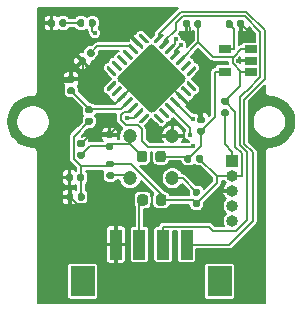
<source format=gbr>
G04 #@! TF.GenerationSoftware,KiCad,Pcbnew,5.1.9*
G04 #@! TF.CreationDate,2021-04-01T11:10:47+02:00*
G04 #@! TF.ProjectId,Y11025HL,59313130-3235-4484-9c2e-6b696361645f,rev?*
G04 #@! TF.SameCoordinates,Original*
G04 #@! TF.FileFunction,Copper,L1,Top*
G04 #@! TF.FilePolarity,Positive*
%FSLAX45Y45*%
G04 Gerber Fmt 4.5, Leading zero omitted, Abs format (unit mm)*
G04 Created by KiCad (PCBNEW 5.1.9) date 2021-04-01 11:10:47*
%MOMM*%
%LPD*%
G01*
G04 APERTURE LIST*
G04 #@! TA.AperFunction,SMDPad,CuDef*
%ADD10R,0.998220X2.499360*%
G04 #@! TD*
G04 #@! TA.AperFunction,SMDPad,CuDef*
%ADD11R,1.998980X2.499360*%
G04 #@! TD*
G04 #@! TA.AperFunction,ComponentPad*
%ADD12C,1.200000*%
G04 #@! TD*
G04 #@! TA.AperFunction,ComponentPad*
%ADD13R,1.000000X1.000000*%
G04 #@! TD*
G04 #@! TA.AperFunction,ComponentPad*
%ADD14O,1.000000X1.000000*%
G04 #@! TD*
G04 #@! TA.AperFunction,SMDPad,CuDef*
%ADD15R,1.060000X0.650000*%
G04 #@! TD*
G04 #@! TA.AperFunction,ViaPad*
%ADD16C,0.400000*%
G04 #@! TD*
G04 #@! TA.AperFunction,Conductor*
%ADD17C,0.180000*%
G04 #@! TD*
G04 #@! TA.AperFunction,Conductor*
%ADD18C,0.150000*%
G04 #@! TD*
G04 #@! TA.AperFunction,Conductor*
%ADD19C,0.100000*%
G04 #@! TD*
G04 APERTURE END LIST*
D10*
X10299974Y-10740000D03*
X10099822Y-10740000D03*
X9900178Y-10740000D03*
X9700026Y-10740000D03*
D11*
X10579882Y-11052166D03*
X9420118Y-11052166D03*
G04 #@! TA.AperFunction,SMDPad,CuDef*
G36*
G01*
X10284043Y-9352178D02*
X10018878Y-9617343D01*
G75*
G02*
X9983522Y-9617343I-17678J17678D01*
G01*
X9718357Y-9352178D01*
G75*
G02*
X9718357Y-9316822I17678J17678D01*
G01*
X9983522Y-9051657D01*
G75*
G02*
X10018878Y-9051657I17678J-17678D01*
G01*
X10284043Y-9316822D01*
G75*
G02*
X10284043Y-9352178I-17678J-17678D01*
G01*
G37*
G04 #@! TD.AperFunction*
G04 #@! TA.AperFunction,SMDPad,CuDef*
G36*
G01*
X10105498Y-9703963D02*
X10094892Y-9714570D01*
G75*
G02*
X10084285Y-9714570I-5303J5303D01*
G01*
X10022413Y-9652698D01*
G75*
G02*
X10022413Y-9642092I5303J5303D01*
G01*
X10033020Y-9631485D01*
G75*
G02*
X10043626Y-9631485I5303J-5303D01*
G01*
X10105498Y-9693357D01*
G75*
G02*
X10105498Y-9703963I-5303J-5303D01*
G01*
G37*
G04 #@! TD.AperFunction*
G04 #@! TA.AperFunction,SMDPad,CuDef*
G36*
G01*
X10151460Y-9658001D02*
X10140854Y-9668608D01*
G75*
G02*
X10130247Y-9668608I-5303J5303D01*
G01*
X10068375Y-9606736D01*
G75*
G02*
X10068375Y-9596130I5303J5303D01*
G01*
X10078982Y-9585523D01*
G75*
G02*
X10089588Y-9585523I5303J-5303D01*
G01*
X10151460Y-9647395D01*
G75*
G02*
X10151460Y-9658001I-5303J-5303D01*
G01*
G37*
G04 #@! TD.AperFunction*
G04 #@! TA.AperFunction,SMDPad,CuDef*
G36*
G01*
X10197422Y-9612039D02*
X10186816Y-9622646D01*
G75*
G02*
X10176209Y-9622646I-5303J5303D01*
G01*
X10114337Y-9560774D01*
G75*
G02*
X10114337Y-9550168I5303J5303D01*
G01*
X10124944Y-9539561D01*
G75*
G02*
X10135550Y-9539561I5303J-5303D01*
G01*
X10197422Y-9601433D01*
G75*
G02*
X10197422Y-9612039I-5303J-5303D01*
G01*
G37*
G04 #@! TD.AperFunction*
G04 #@! TA.AperFunction,SMDPad,CuDef*
G36*
G01*
X10243384Y-9566077D02*
X10232777Y-9576684D01*
G75*
G02*
X10222171Y-9576684I-5303J5303D01*
G01*
X10160299Y-9514812D01*
G75*
G02*
X10160299Y-9504206I5303J5303D01*
G01*
X10170906Y-9493599D01*
G75*
G02*
X10181512Y-9493599I5303J-5303D01*
G01*
X10243384Y-9555471D01*
G75*
G02*
X10243384Y-9566077I-5303J-5303D01*
G01*
G37*
G04 #@! TD.AperFunction*
G04 #@! TA.AperFunction,SMDPad,CuDef*
G36*
G01*
X10289346Y-9520116D02*
X10278739Y-9530722D01*
G75*
G02*
X10268133Y-9530722I-5303J5303D01*
G01*
X10206261Y-9468850D01*
G75*
G02*
X10206261Y-9458244I5303J5303D01*
G01*
X10216868Y-9447637D01*
G75*
G02*
X10227474Y-9447637I5303J-5303D01*
G01*
X10289346Y-9509509D01*
G75*
G02*
X10289346Y-9520116I-5303J-5303D01*
G01*
G37*
G04 #@! TD.AperFunction*
G04 #@! TA.AperFunction,SMDPad,CuDef*
G36*
G01*
X10335308Y-9474154D02*
X10324701Y-9484760D01*
G75*
G02*
X10314095Y-9484760I-5303J5303D01*
G01*
X10252223Y-9422888D01*
G75*
G02*
X10252223Y-9412282I5303J5303D01*
G01*
X10262830Y-9401675D01*
G75*
G02*
X10273436Y-9401675I5303J-5303D01*
G01*
X10335308Y-9463547D01*
G75*
G02*
X10335308Y-9474154I-5303J-5303D01*
G01*
G37*
G04 #@! TD.AperFunction*
G04 #@! TA.AperFunction,SMDPad,CuDef*
G36*
G01*
X10381270Y-9428192D02*
X10370663Y-9438798D01*
G75*
G02*
X10360057Y-9438798I-5303J5303D01*
G01*
X10298185Y-9376926D01*
G75*
G02*
X10298185Y-9366320I5303J5303D01*
G01*
X10308792Y-9355713D01*
G75*
G02*
X10319398Y-9355713I5303J-5303D01*
G01*
X10381270Y-9417585D01*
G75*
G02*
X10381270Y-9428192I-5303J-5303D01*
G01*
G37*
G04 #@! TD.AperFunction*
G04 #@! TA.AperFunction,SMDPad,CuDef*
G36*
G01*
X10381270Y-9251415D02*
X10319398Y-9313287D01*
G75*
G02*
X10308792Y-9313287I-5303J5303D01*
G01*
X10298185Y-9302680D01*
G75*
G02*
X10298185Y-9292074I5303J5303D01*
G01*
X10360057Y-9230202D01*
G75*
G02*
X10370663Y-9230202I5303J-5303D01*
G01*
X10381270Y-9240808D01*
G75*
G02*
X10381270Y-9251415I-5303J-5303D01*
G01*
G37*
G04 #@! TD.AperFunction*
G04 #@! TA.AperFunction,SMDPad,CuDef*
G36*
G01*
X10335308Y-9205453D02*
X10273436Y-9267325D01*
G75*
G02*
X10262830Y-9267325I-5303J5303D01*
G01*
X10252223Y-9256718D01*
G75*
G02*
X10252223Y-9246112I5303J5303D01*
G01*
X10314095Y-9184240D01*
G75*
G02*
X10324701Y-9184240I5303J-5303D01*
G01*
X10335308Y-9194846D01*
G75*
G02*
X10335308Y-9205453I-5303J-5303D01*
G01*
G37*
G04 #@! TD.AperFunction*
G04 #@! TA.AperFunction,SMDPad,CuDef*
G36*
G01*
X10289346Y-9159491D02*
X10227474Y-9221363D01*
G75*
G02*
X10216868Y-9221363I-5303J5303D01*
G01*
X10206261Y-9210756D01*
G75*
G02*
X10206261Y-9200150I5303J5303D01*
G01*
X10268133Y-9138278D01*
G75*
G02*
X10278739Y-9138278I5303J-5303D01*
G01*
X10289346Y-9148885D01*
G75*
G02*
X10289346Y-9159491I-5303J-5303D01*
G01*
G37*
G04 #@! TD.AperFunction*
G04 #@! TA.AperFunction,SMDPad,CuDef*
G36*
G01*
X10243384Y-9113529D02*
X10181512Y-9175401D01*
G75*
G02*
X10170906Y-9175401I-5303J5303D01*
G01*
X10160299Y-9164794D01*
G75*
G02*
X10160299Y-9154188I5303J5303D01*
G01*
X10222171Y-9092316D01*
G75*
G02*
X10232777Y-9092316I5303J-5303D01*
G01*
X10243384Y-9102923D01*
G75*
G02*
X10243384Y-9113529I-5303J-5303D01*
G01*
G37*
G04 #@! TD.AperFunction*
G04 #@! TA.AperFunction,SMDPad,CuDef*
G36*
G01*
X10197422Y-9067567D02*
X10135550Y-9129439D01*
G75*
G02*
X10124944Y-9129439I-5303J5303D01*
G01*
X10114337Y-9118832D01*
G75*
G02*
X10114337Y-9108226I5303J5303D01*
G01*
X10176209Y-9046354D01*
G75*
G02*
X10186816Y-9046354I5303J-5303D01*
G01*
X10197422Y-9056961D01*
G75*
G02*
X10197422Y-9067567I-5303J-5303D01*
G01*
G37*
G04 #@! TD.AperFunction*
G04 #@! TA.AperFunction,SMDPad,CuDef*
G36*
G01*
X10151460Y-9021605D02*
X10089588Y-9083477D01*
G75*
G02*
X10078982Y-9083477I-5303J5303D01*
G01*
X10068375Y-9072871D01*
G75*
G02*
X10068375Y-9062264I5303J5303D01*
G01*
X10130247Y-9000392D01*
G75*
G02*
X10140854Y-9000392I5303J-5303D01*
G01*
X10151460Y-9010999D01*
G75*
G02*
X10151460Y-9021605I-5303J-5303D01*
G01*
G37*
G04 #@! TD.AperFunction*
G04 #@! TA.AperFunction,SMDPad,CuDef*
G36*
G01*
X10105498Y-8975643D02*
X10043626Y-9037515D01*
G75*
G02*
X10033020Y-9037515I-5303J5303D01*
G01*
X10022413Y-9026909D01*
G75*
G02*
X10022413Y-9016302I5303J5303D01*
G01*
X10084285Y-8954430D01*
G75*
G02*
X10094892Y-8954430I5303J-5303D01*
G01*
X10105498Y-8965037D01*
G75*
G02*
X10105498Y-8975643I-5303J-5303D01*
G01*
G37*
G04 #@! TD.AperFunction*
G04 #@! TA.AperFunction,SMDPad,CuDef*
G36*
G01*
X9979987Y-9026909D02*
X9969380Y-9037515D01*
G75*
G02*
X9958774Y-9037515I-5303J5303D01*
G01*
X9896902Y-8975643D01*
G75*
G02*
X9896902Y-8965037I5303J5303D01*
G01*
X9907508Y-8954430D01*
G75*
G02*
X9918115Y-8954430I5303J-5303D01*
G01*
X9979987Y-9016302D01*
G75*
G02*
X9979987Y-9026909I-5303J-5303D01*
G01*
G37*
G04 #@! TD.AperFunction*
G04 #@! TA.AperFunction,SMDPad,CuDef*
G36*
G01*
X9934025Y-9072871D02*
X9923418Y-9083477D01*
G75*
G02*
X9912812Y-9083477I-5303J5303D01*
G01*
X9850940Y-9021605D01*
G75*
G02*
X9850940Y-9010999I5303J5303D01*
G01*
X9861546Y-9000392D01*
G75*
G02*
X9872153Y-9000392I5303J-5303D01*
G01*
X9934025Y-9062264D01*
G75*
G02*
X9934025Y-9072871I-5303J-5303D01*
G01*
G37*
G04 #@! TD.AperFunction*
G04 #@! TA.AperFunction,SMDPad,CuDef*
G36*
G01*
X9888063Y-9118832D02*
X9877456Y-9129439D01*
G75*
G02*
X9866850Y-9129439I-5303J5303D01*
G01*
X9804978Y-9067567D01*
G75*
G02*
X9804978Y-9056961I5303J5303D01*
G01*
X9815585Y-9046354D01*
G75*
G02*
X9826191Y-9046354I5303J-5303D01*
G01*
X9888063Y-9108226D01*
G75*
G02*
X9888063Y-9118832I-5303J-5303D01*
G01*
G37*
G04 #@! TD.AperFunction*
G04 #@! TA.AperFunction,SMDPad,CuDef*
G36*
G01*
X9842101Y-9164794D02*
X9831494Y-9175401D01*
G75*
G02*
X9820888Y-9175401I-5303J5303D01*
G01*
X9759016Y-9113529D01*
G75*
G02*
X9759016Y-9102923I5303J5303D01*
G01*
X9769623Y-9092316D01*
G75*
G02*
X9780229Y-9092316I5303J-5303D01*
G01*
X9842101Y-9154188D01*
G75*
G02*
X9842101Y-9164794I-5303J-5303D01*
G01*
G37*
G04 #@! TD.AperFunction*
G04 #@! TA.AperFunction,SMDPad,CuDef*
G36*
G01*
X9796139Y-9210756D02*
X9785532Y-9221363D01*
G75*
G02*
X9774926Y-9221363I-5303J5303D01*
G01*
X9713054Y-9159491D01*
G75*
G02*
X9713054Y-9148885I5303J5303D01*
G01*
X9723661Y-9138278D01*
G75*
G02*
X9734267Y-9138278I5303J-5303D01*
G01*
X9796139Y-9200150D01*
G75*
G02*
X9796139Y-9210756I-5303J-5303D01*
G01*
G37*
G04 #@! TD.AperFunction*
G04 #@! TA.AperFunction,SMDPad,CuDef*
G36*
G01*
X9750177Y-9256718D02*
X9739571Y-9267325D01*
G75*
G02*
X9728964Y-9267325I-5303J5303D01*
G01*
X9667092Y-9205453D01*
G75*
G02*
X9667092Y-9194846I5303J5303D01*
G01*
X9677699Y-9184240D01*
G75*
G02*
X9688305Y-9184240I5303J-5303D01*
G01*
X9750177Y-9246112D01*
G75*
G02*
X9750177Y-9256718I-5303J-5303D01*
G01*
G37*
G04 #@! TD.AperFunction*
G04 #@! TA.AperFunction,SMDPad,CuDef*
G36*
G01*
X9704215Y-9302680D02*
X9693609Y-9313287D01*
G75*
G02*
X9683002Y-9313287I-5303J5303D01*
G01*
X9621130Y-9251415D01*
G75*
G02*
X9621130Y-9240808I5303J5303D01*
G01*
X9631737Y-9230202D01*
G75*
G02*
X9642343Y-9230202I5303J-5303D01*
G01*
X9704215Y-9292074D01*
G75*
G02*
X9704215Y-9302680I-5303J-5303D01*
G01*
G37*
G04 #@! TD.AperFunction*
G04 #@! TA.AperFunction,SMDPad,CuDef*
G36*
G01*
X9704215Y-9376926D02*
X9642343Y-9438798D01*
G75*
G02*
X9631737Y-9438798I-5303J5303D01*
G01*
X9621130Y-9428192D01*
G75*
G02*
X9621130Y-9417585I5303J5303D01*
G01*
X9683002Y-9355713D01*
G75*
G02*
X9693609Y-9355713I5303J-5303D01*
G01*
X9704215Y-9366320D01*
G75*
G02*
X9704215Y-9376926I-5303J-5303D01*
G01*
G37*
G04 #@! TD.AperFunction*
G04 #@! TA.AperFunction,SMDPad,CuDef*
G36*
G01*
X9750177Y-9422888D02*
X9688305Y-9484760D01*
G75*
G02*
X9677699Y-9484760I-5303J5303D01*
G01*
X9667092Y-9474154D01*
G75*
G02*
X9667092Y-9463547I5303J5303D01*
G01*
X9728964Y-9401675D01*
G75*
G02*
X9739571Y-9401675I5303J-5303D01*
G01*
X9750177Y-9412282D01*
G75*
G02*
X9750177Y-9422888I-5303J-5303D01*
G01*
G37*
G04 #@! TD.AperFunction*
G04 #@! TA.AperFunction,SMDPad,CuDef*
G36*
G01*
X9796139Y-9468850D02*
X9734267Y-9530722D01*
G75*
G02*
X9723661Y-9530722I-5303J5303D01*
G01*
X9713054Y-9520116D01*
G75*
G02*
X9713054Y-9509509I5303J5303D01*
G01*
X9774926Y-9447637D01*
G75*
G02*
X9785532Y-9447637I5303J-5303D01*
G01*
X9796139Y-9458244D01*
G75*
G02*
X9796139Y-9468850I-5303J-5303D01*
G01*
G37*
G04 #@! TD.AperFunction*
G04 #@! TA.AperFunction,SMDPad,CuDef*
G36*
G01*
X9842101Y-9514812D02*
X9780229Y-9576684D01*
G75*
G02*
X9769623Y-9576684I-5303J5303D01*
G01*
X9759016Y-9566077D01*
G75*
G02*
X9759016Y-9555471I5303J5303D01*
G01*
X9820888Y-9493599D01*
G75*
G02*
X9831494Y-9493599I5303J-5303D01*
G01*
X9842101Y-9504206D01*
G75*
G02*
X9842101Y-9514812I-5303J-5303D01*
G01*
G37*
G04 #@! TD.AperFunction*
G04 #@! TA.AperFunction,SMDPad,CuDef*
G36*
G01*
X9888063Y-9560774D02*
X9826191Y-9622646D01*
G75*
G02*
X9815585Y-9622646I-5303J5303D01*
G01*
X9804978Y-9612039D01*
G75*
G02*
X9804978Y-9601433I5303J5303D01*
G01*
X9866850Y-9539561D01*
G75*
G02*
X9877456Y-9539561I5303J-5303D01*
G01*
X9888063Y-9550168D01*
G75*
G02*
X9888063Y-9560774I-5303J-5303D01*
G01*
G37*
G04 #@! TD.AperFunction*
G04 #@! TA.AperFunction,SMDPad,CuDef*
G36*
G01*
X9934025Y-9606736D02*
X9872153Y-9668608D01*
G75*
G02*
X9861546Y-9668608I-5303J5303D01*
G01*
X9850940Y-9658001D01*
G75*
G02*
X9850940Y-9647395I5303J5303D01*
G01*
X9912812Y-9585523D01*
G75*
G02*
X9923418Y-9585523I5303J-5303D01*
G01*
X9934025Y-9596130D01*
G75*
G02*
X9934025Y-9606736I-5303J-5303D01*
G01*
G37*
G04 #@! TD.AperFunction*
G04 #@! TA.AperFunction,SMDPad,CuDef*
G36*
G01*
X9979987Y-9652698D02*
X9918115Y-9714570D01*
G75*
G02*
X9907508Y-9714570I-5303J5303D01*
G01*
X9896902Y-9703963D01*
G75*
G02*
X9896902Y-9693357I5303J5303D01*
G01*
X9958774Y-9631485D01*
G75*
G02*
X9969380Y-9631485I5303J-5303D01*
G01*
X9979987Y-9642092D01*
G75*
G02*
X9979987Y-9652698I-5303J-5303D01*
G01*
G37*
G04 #@! TD.AperFunction*
D12*
X9820395Y-10179605D03*
X10179605Y-10179605D03*
X10179605Y-9820395D03*
X9820395Y-9820395D03*
G04 #@! TA.AperFunction,SMDPad,CuDef*
G36*
G01*
X9339050Y-9370350D02*
X9304550Y-9370350D01*
G75*
G02*
X9289800Y-9355600I0J14750D01*
G01*
X9289800Y-9326100D01*
G75*
G02*
X9304550Y-9311350I14750J0D01*
G01*
X9339050Y-9311350D01*
G75*
G02*
X9353800Y-9326100I0J-14750D01*
G01*
X9353800Y-9355600D01*
G75*
G02*
X9339050Y-9370350I-14750J0D01*
G01*
G37*
G04 #@! TD.AperFunction*
G04 #@! TA.AperFunction,SMDPad,CuDef*
G36*
G01*
X9339050Y-9467350D02*
X9304550Y-9467350D01*
G75*
G02*
X9289800Y-9452600I0J14750D01*
G01*
X9289800Y-9423100D01*
G75*
G02*
X9304550Y-9408350I14750J0D01*
G01*
X9339050Y-9408350D01*
G75*
G02*
X9353800Y-9423100I0J-14750D01*
G01*
X9353800Y-9452600D01*
G75*
G02*
X9339050Y-9467350I-14750J0D01*
G01*
G37*
G04 #@! TD.AperFunction*
G04 #@! TA.AperFunction,SMDPad,CuDef*
G36*
G01*
X9409653Y-9220242D02*
X9385258Y-9195847D01*
G75*
G02*
X9385258Y-9174987I10430J10430D01*
G01*
X9406118Y-9154128D01*
G75*
G02*
X9426977Y-9154128I10430J-10430D01*
G01*
X9451373Y-9178523D01*
G75*
G02*
X9451373Y-9199382I-10430J-10430D01*
G01*
X9430513Y-9220242D01*
G75*
G02*
X9409653Y-9220242I-10430J10430D01*
G01*
G37*
G04 #@! TD.AperFunction*
G04 #@! TA.AperFunction,SMDPad,CuDef*
G36*
G01*
X9478243Y-9151653D02*
X9453848Y-9127257D01*
G75*
G02*
X9453848Y-9106398I10430J10430D01*
G01*
X9474707Y-9085538D01*
G75*
G02*
X9495567Y-9085538I10430J-10430D01*
G01*
X9519962Y-9109933D01*
G75*
G02*
X9519962Y-9130793I-10430J-10430D01*
G01*
X9499102Y-9151653D01*
G75*
G02*
X9478243Y-9151653I-10430J10430D01*
G01*
G37*
G04 #@! TD.AperFunction*
G04 #@! TA.AperFunction,SMDPad,CuDef*
G36*
G01*
X9435600Y-10320550D02*
X9435600Y-10355050D01*
G75*
G02*
X9420850Y-10369800I-14750J0D01*
G01*
X9391350Y-10369800D01*
G75*
G02*
X9376600Y-10355050I0J14750D01*
G01*
X9376600Y-10320550D01*
G75*
G02*
X9391350Y-10305800I14750J0D01*
G01*
X9420850Y-10305800D01*
G75*
G02*
X9435600Y-10320550I0J-14750D01*
G01*
G37*
G04 #@! TD.AperFunction*
G04 #@! TA.AperFunction,SMDPad,CuDef*
G36*
G01*
X9338600Y-10320550D02*
X9338600Y-10355050D01*
G75*
G02*
X9323850Y-10369800I-14750J0D01*
G01*
X9294350Y-10369800D01*
G75*
G02*
X9279600Y-10355050I0J14750D01*
G01*
X9279600Y-10320550D01*
G75*
G02*
X9294350Y-10305800I14750J0D01*
G01*
X9323850Y-10305800D01*
G75*
G02*
X9338600Y-10320550I0J-14750D01*
G01*
G37*
G04 #@! TD.AperFunction*
G04 #@! TA.AperFunction,SMDPad,CuDef*
G36*
G01*
X9664170Y-9841280D02*
X9629670Y-9841280D01*
G75*
G02*
X9614920Y-9826530I0J14750D01*
G01*
X9614920Y-9797030D01*
G75*
G02*
X9629670Y-9782280I14750J0D01*
G01*
X9664170Y-9782280D01*
G75*
G02*
X9678920Y-9797030I0J-14750D01*
G01*
X9678920Y-9826530D01*
G75*
G02*
X9664170Y-9841280I-14750J0D01*
G01*
G37*
G04 #@! TD.AperFunction*
G04 #@! TA.AperFunction,SMDPad,CuDef*
G36*
G01*
X9664170Y-9938280D02*
X9629670Y-9938280D01*
G75*
G02*
X9614920Y-9923530I0J14750D01*
G01*
X9614920Y-9894030D01*
G75*
G02*
X9629670Y-9879280I14750J0D01*
G01*
X9664170Y-9879280D01*
G75*
G02*
X9678920Y-9894030I0J-14750D01*
G01*
X9678920Y-9923530D01*
G75*
G02*
X9664170Y-9938280I-14750J0D01*
G01*
G37*
G04 #@! TD.AperFunction*
G04 #@! TA.AperFunction,SMDPad,CuDef*
G36*
G01*
X9336850Y-10155450D02*
X9336850Y-10189950D01*
G75*
G02*
X9322100Y-10204700I-14750J0D01*
G01*
X9292600Y-10204700D01*
G75*
G02*
X9277850Y-10189950I0J14750D01*
G01*
X9277850Y-10155450D01*
G75*
G02*
X9292600Y-10140700I14750J0D01*
G01*
X9322100Y-10140700D01*
G75*
G02*
X9336850Y-10155450I0J-14750D01*
G01*
G37*
G04 #@! TD.AperFunction*
G04 #@! TA.AperFunction,SMDPad,CuDef*
G36*
G01*
X9433850Y-10155450D02*
X9433850Y-10189950D01*
G75*
G02*
X9419100Y-10204700I-14750J0D01*
G01*
X9389600Y-10204700D01*
G75*
G02*
X9374850Y-10189950I0J14750D01*
G01*
X9374850Y-10155450D01*
G75*
G02*
X9389600Y-10140700I14750J0D01*
G01*
X9419100Y-10140700D01*
G75*
G02*
X9433850Y-10155450I0J-14750D01*
G01*
G37*
G04 #@! TD.AperFunction*
G04 #@! TA.AperFunction,SMDPad,CuDef*
G36*
G01*
X9421600Y-10011700D02*
X9387100Y-10011700D01*
G75*
G02*
X9372350Y-9996950I0J14750D01*
G01*
X9372350Y-9967450D01*
G75*
G02*
X9387100Y-9952700I14750J0D01*
G01*
X9421600Y-9952700D01*
G75*
G02*
X9436350Y-9967450I0J-14750D01*
G01*
X9436350Y-9996950D01*
G75*
G02*
X9421600Y-10011700I-14750J0D01*
G01*
G37*
G04 #@! TD.AperFunction*
G04 #@! TA.AperFunction,SMDPad,CuDef*
G36*
G01*
X9421600Y-9914700D02*
X9387100Y-9914700D01*
G75*
G02*
X9372350Y-9899950I0J14750D01*
G01*
X9372350Y-9870450D01*
G75*
G02*
X9387100Y-9855700I14750J0D01*
G01*
X9421600Y-9855700D01*
G75*
G02*
X9436350Y-9870450I0J-14750D01*
G01*
X9436350Y-9899950D01*
G75*
G02*
X9421600Y-9914700I-14750J0D01*
G01*
G37*
G04 #@! TD.AperFunction*
G04 #@! TA.AperFunction,SMDPad,CuDef*
G36*
G01*
X10268400Y-8888200D02*
X10268400Y-8853700D01*
G75*
G02*
X10283150Y-8838950I14750J0D01*
G01*
X10312650Y-8838950D01*
G75*
G02*
X10327400Y-8853700I0J-14750D01*
G01*
X10327400Y-8888200D01*
G75*
G02*
X10312650Y-8902950I-14750J0D01*
G01*
X10283150Y-8902950D01*
G75*
G02*
X10268400Y-8888200I0J14750D01*
G01*
G37*
G04 #@! TD.AperFunction*
G04 #@! TA.AperFunction,SMDPad,CuDef*
G36*
G01*
X10365400Y-8888200D02*
X10365400Y-8853700D01*
G75*
G02*
X10380150Y-8838950I14750J0D01*
G01*
X10409650Y-8838950D01*
G75*
G02*
X10424400Y-8853700I0J-14750D01*
G01*
X10424400Y-8888200D01*
G75*
G02*
X10409650Y-8902950I-14750J0D01*
G01*
X10380150Y-8902950D01*
G75*
G02*
X10365400Y-8888200I0J14750D01*
G01*
G37*
G04 #@! TD.AperFunction*
G04 #@! TA.AperFunction,SMDPad,CuDef*
G36*
G01*
X10630400Y-8888200D02*
X10630400Y-8853700D01*
G75*
G02*
X10645150Y-8838950I14750J0D01*
G01*
X10674650Y-8838950D01*
G75*
G02*
X10689400Y-8853700I0J-14750D01*
G01*
X10689400Y-8888200D01*
G75*
G02*
X10674650Y-8902950I-14750J0D01*
G01*
X10645150Y-8902950D01*
G75*
G02*
X10630400Y-8888200I0J14750D01*
G01*
G37*
G04 #@! TD.AperFunction*
G04 #@! TA.AperFunction,SMDPad,CuDef*
G36*
G01*
X10727400Y-8888200D02*
X10727400Y-8853700D01*
G75*
G02*
X10742150Y-8838950I14750J0D01*
G01*
X10771650Y-8838950D01*
G75*
G02*
X10786400Y-8853700I0J-14750D01*
G01*
X10786400Y-8888200D01*
G75*
G02*
X10771650Y-8902950I-14750J0D01*
G01*
X10742150Y-8902950D01*
G75*
G02*
X10727400Y-8888200I0J14750D01*
G01*
G37*
G04 #@! TD.AperFunction*
G04 #@! TA.AperFunction,SMDPad,CuDef*
G36*
G01*
X10403150Y-9751250D02*
X10437650Y-9751250D01*
G75*
G02*
X10452400Y-9766000I0J-14750D01*
G01*
X10452400Y-9795500D01*
G75*
G02*
X10437650Y-9810250I-14750J0D01*
G01*
X10403150Y-9810250D01*
G75*
G02*
X10388400Y-9795500I0J14750D01*
G01*
X10388400Y-9766000D01*
G75*
G02*
X10403150Y-9751250I14750J0D01*
G01*
G37*
G04 #@! TD.AperFunction*
G04 #@! TA.AperFunction,SMDPad,CuDef*
G36*
G01*
X10403150Y-9654250D02*
X10437650Y-9654250D01*
G75*
G02*
X10452400Y-9669000I0J-14750D01*
G01*
X10452400Y-9698500D01*
G75*
G02*
X10437650Y-9713250I-14750J0D01*
G01*
X10403150Y-9713250D01*
G75*
G02*
X10388400Y-9698500I0J14750D01*
G01*
X10388400Y-9669000D01*
G75*
G02*
X10403150Y-9654250I14750J0D01*
G01*
G37*
G04 #@! TD.AperFunction*
G04 #@! TA.AperFunction,SMDPad,CuDef*
G36*
G01*
X9125450Y-8881850D02*
X9125450Y-8847350D01*
G75*
G02*
X9140200Y-8832600I14750J0D01*
G01*
X9169700Y-8832600D01*
G75*
G02*
X9184450Y-8847350I0J-14750D01*
G01*
X9184450Y-8881850D01*
G75*
G02*
X9169700Y-8896600I-14750J0D01*
G01*
X9140200Y-8896600D01*
G75*
G02*
X9125450Y-8881850I0J14750D01*
G01*
G37*
G04 #@! TD.AperFunction*
G04 #@! TA.AperFunction,SMDPad,CuDef*
G36*
G01*
X9222450Y-8881850D02*
X9222450Y-8847350D01*
G75*
G02*
X9237200Y-8832600I14750J0D01*
G01*
X9266700Y-8832600D01*
G75*
G02*
X9281450Y-8847350I0J-14750D01*
G01*
X9281450Y-8881850D01*
G75*
G02*
X9266700Y-8896600I-14750J0D01*
G01*
X9237200Y-8896600D01*
G75*
G02*
X9222450Y-8881850I0J14750D01*
G01*
G37*
G04 #@! TD.AperFunction*
G04 #@! TA.AperFunction,SMDPad,CuDef*
G36*
G01*
X10040000Y-10388825D02*
X10040000Y-10337575D01*
G75*
G02*
X10061875Y-10315700I21875J0D01*
G01*
X10105625Y-10315700D01*
G75*
G02*
X10127500Y-10337575I0J-21875D01*
G01*
X10127500Y-10388825D01*
G75*
G02*
X10105625Y-10410700I-21875J0D01*
G01*
X10061875Y-10410700D01*
G75*
G02*
X10040000Y-10388825I0J21875D01*
G01*
G37*
G04 #@! TD.AperFunction*
G04 #@! TA.AperFunction,SMDPad,CuDef*
G36*
G01*
X9882500Y-10388825D02*
X9882500Y-10337575D01*
G75*
G02*
X9904375Y-10315700I21875J0D01*
G01*
X9948125Y-10315700D01*
G75*
G02*
X9970000Y-10337575I0J-21875D01*
G01*
X9970000Y-10388825D01*
G75*
G02*
X9948125Y-10410700I-21875J0D01*
G01*
X9904375Y-10410700D01*
G75*
G02*
X9882500Y-10388825I0J21875D01*
G01*
G37*
G04 #@! TD.AperFunction*
G04 #@! TA.AperFunction,SMDPad,CuDef*
G36*
G01*
X9877480Y-10020525D02*
X9877480Y-9969275D01*
G75*
G02*
X9899355Y-9947400I21875J0D01*
G01*
X9943105Y-9947400D01*
G75*
G02*
X9964980Y-9969275I0J-21875D01*
G01*
X9964980Y-10020525D01*
G75*
G02*
X9943105Y-10042400I-21875J0D01*
G01*
X9899355Y-10042400D01*
G75*
G02*
X9877480Y-10020525I0J21875D01*
G01*
G37*
G04 #@! TD.AperFunction*
G04 #@! TA.AperFunction,SMDPad,CuDef*
G36*
G01*
X10034980Y-10020525D02*
X10034980Y-9969275D01*
G75*
G02*
X10056855Y-9947400I21875J0D01*
G01*
X10100605Y-9947400D01*
G75*
G02*
X10122480Y-9969275I0J-21875D01*
G01*
X10122480Y-10020525D01*
G75*
G02*
X10100605Y-10042400I-21875J0D01*
G01*
X10056855Y-10042400D01*
G75*
G02*
X10034980Y-10020525I0J21875D01*
G01*
G37*
G04 #@! TD.AperFunction*
D13*
X10687000Y-10033000D03*
D14*
X10687000Y-10160000D03*
X10687000Y-10287000D03*
X10687000Y-10414000D03*
X10687000Y-10541000D03*
G04 #@! TA.AperFunction,SMDPad,CuDef*
G36*
G01*
X10640850Y-9556800D02*
X10606350Y-9556800D01*
G75*
G02*
X10591600Y-9542050I0J14750D01*
G01*
X10591600Y-9512550D01*
G75*
G02*
X10606350Y-9497800I14750J0D01*
G01*
X10640850Y-9497800D01*
G75*
G02*
X10655600Y-9512550I0J-14750D01*
G01*
X10655600Y-9542050D01*
G75*
G02*
X10640850Y-9556800I-14750J0D01*
G01*
G37*
G04 #@! TD.AperFunction*
G04 #@! TA.AperFunction,SMDPad,CuDef*
G36*
G01*
X10640850Y-9653800D02*
X10606350Y-9653800D01*
G75*
G02*
X10591600Y-9639050I0J14750D01*
G01*
X10591600Y-9609550D01*
G75*
G02*
X10606350Y-9594800I14750J0D01*
G01*
X10640850Y-9594800D01*
G75*
G02*
X10655600Y-9609550I0J-14750D01*
G01*
X10655600Y-9639050D01*
G75*
G02*
X10640850Y-9653800I-14750J0D01*
G01*
G37*
G04 #@! TD.AperFunction*
G04 #@! TA.AperFunction,SMDPad,CuDef*
G36*
G01*
X9491450Y-9725950D02*
X9456950Y-9725950D01*
G75*
G02*
X9442200Y-9711200I0J14750D01*
G01*
X9442200Y-9681700D01*
G75*
G02*
X9456950Y-9666950I14750J0D01*
G01*
X9491450Y-9666950D01*
G75*
G02*
X9506200Y-9681700I0J-14750D01*
G01*
X9506200Y-9711200D01*
G75*
G02*
X9491450Y-9725950I-14750J0D01*
G01*
G37*
G04 #@! TD.AperFunction*
G04 #@! TA.AperFunction,SMDPad,CuDef*
G36*
G01*
X9491450Y-9628950D02*
X9456950Y-9628950D01*
G75*
G02*
X9442200Y-9614200I0J14750D01*
G01*
X9442200Y-9584700D01*
G75*
G02*
X9456950Y-9569950I14750J0D01*
G01*
X9491450Y-9569950D01*
G75*
G02*
X9506200Y-9584700I0J-14750D01*
G01*
X9506200Y-9614200D01*
G75*
G02*
X9491450Y-9628950I-14750J0D01*
G01*
G37*
G04 #@! TD.AperFunction*
G04 #@! TA.AperFunction,SMDPad,CuDef*
G36*
G01*
X9471850Y-8881850D02*
X9471850Y-8847350D01*
G75*
G02*
X9486600Y-8832600I14750J0D01*
G01*
X9516100Y-8832600D01*
G75*
G02*
X9530850Y-8847350I0J-14750D01*
G01*
X9530850Y-8881850D01*
G75*
G02*
X9516100Y-8896600I-14750J0D01*
G01*
X9486600Y-8896600D01*
G75*
G02*
X9471850Y-8881850I0J14750D01*
G01*
G37*
G04 #@! TD.AperFunction*
G04 #@! TA.AperFunction,SMDPad,CuDef*
G36*
G01*
X9374850Y-8881850D02*
X9374850Y-8847350D01*
G75*
G02*
X9389600Y-8832600I14750J0D01*
G01*
X9419100Y-8832600D01*
G75*
G02*
X9433850Y-8847350I0J-14750D01*
G01*
X9433850Y-8881850D01*
G75*
G02*
X9419100Y-8896600I-14750J0D01*
G01*
X9389600Y-8896600D01*
G75*
G02*
X9374850Y-8881850I0J14750D01*
G01*
G37*
G04 #@! TD.AperFunction*
G04 #@! TA.AperFunction,SMDPad,CuDef*
G36*
G01*
X9634750Y-10125700D02*
X9669250Y-10125700D01*
G75*
G02*
X9684000Y-10140450I0J-14750D01*
G01*
X9684000Y-10169950D01*
G75*
G02*
X9669250Y-10184700I-14750J0D01*
G01*
X9634750Y-10184700D01*
G75*
G02*
X9620000Y-10169950I0J14750D01*
G01*
X9620000Y-10140450D01*
G75*
G02*
X9634750Y-10125700I14750J0D01*
G01*
G37*
G04 #@! TD.AperFunction*
G04 #@! TA.AperFunction,SMDPad,CuDef*
G36*
G01*
X9634750Y-10028700D02*
X9669250Y-10028700D01*
G75*
G02*
X9684000Y-10043450I0J-14750D01*
G01*
X9684000Y-10072950D01*
G75*
G02*
X9669250Y-10087700I-14750J0D01*
G01*
X9634750Y-10087700D01*
G75*
G02*
X9620000Y-10072950I0J14750D01*
G01*
X9620000Y-10043450D01*
G75*
G02*
X9634750Y-10028700I14750J0D01*
G01*
G37*
G04 #@! TD.AperFunction*
G04 #@! TA.AperFunction,SMDPad,CuDef*
G36*
G01*
X10399450Y-10422200D02*
X10364950Y-10422200D01*
G75*
G02*
X10350200Y-10407450I0J14750D01*
G01*
X10350200Y-10377950D01*
G75*
G02*
X10364950Y-10363200I14750J0D01*
G01*
X10399450Y-10363200D01*
G75*
G02*
X10414200Y-10377950I0J-14750D01*
G01*
X10414200Y-10407450D01*
G75*
G02*
X10399450Y-10422200I-14750J0D01*
G01*
G37*
G04 #@! TD.AperFunction*
G04 #@! TA.AperFunction,SMDPad,CuDef*
G36*
G01*
X10399450Y-10325200D02*
X10364950Y-10325200D01*
G75*
G02*
X10350200Y-10310450I0J14750D01*
G01*
X10350200Y-10280950D01*
G75*
G02*
X10364950Y-10266200I14750J0D01*
G01*
X10399450Y-10266200D01*
G75*
G02*
X10414200Y-10280950I0J-14750D01*
G01*
X10414200Y-10310450D01*
G75*
G02*
X10399450Y-10325200I-14750J0D01*
G01*
G37*
G04 #@! TD.AperFunction*
G04 #@! TA.AperFunction,SMDPad,CuDef*
G36*
G01*
X10437200Y-9996750D02*
X10437200Y-10031250D01*
G75*
G02*
X10422450Y-10046000I-14750J0D01*
G01*
X10392950Y-10046000D01*
G75*
G02*
X10378200Y-10031250I0J14750D01*
G01*
X10378200Y-9996750D01*
G75*
G02*
X10392950Y-9982000I14750J0D01*
G01*
X10422450Y-9982000D01*
G75*
G02*
X10437200Y-9996750I0J-14750D01*
G01*
G37*
G04 #@! TD.AperFunction*
G04 #@! TA.AperFunction,SMDPad,CuDef*
G36*
G01*
X10340200Y-9996750D02*
X10340200Y-10031250D01*
G75*
G02*
X10325450Y-10046000I-14750J0D01*
G01*
X10295950Y-10046000D01*
G75*
G02*
X10281200Y-10031250I0J14750D01*
G01*
X10281200Y-9996750D01*
G75*
G02*
X10295950Y-9982000I14750J0D01*
G01*
X10325450Y-9982000D01*
G75*
G02*
X10340200Y-9996750I0J-14750D01*
G01*
G37*
G04 #@! TD.AperFunction*
D15*
X10841500Y-9277100D03*
X10841500Y-9182100D03*
X10841500Y-9087100D03*
X10621500Y-9087100D03*
X10621500Y-9277100D03*
D16*
X9150350Y-9080500D03*
X9150350Y-9366250D03*
X9645650Y-10344150D03*
X9290050Y-10655300D03*
X9093200Y-11049000D03*
X9086850Y-10299700D03*
X9245600Y-9918700D03*
X9315450Y-9632950D03*
X9512300Y-9791700D03*
X9709150Y-9740900D03*
X9994900Y-9861550D03*
X9594850Y-9543250D03*
X10375900Y-10115550D03*
X10204450Y-10045700D03*
X10737850Y-9182100D03*
X10807700Y-8966200D03*
X10325100Y-8966200D03*
X10407650Y-9550400D03*
X9753600Y-8858250D03*
X9436100Y-9004300D03*
X10205080Y-9001170D03*
X10251370Y-9052830D03*
X10355670Y-9904990D03*
X10349000Y-9674510D03*
X10327000Y-9810920D03*
X9522630Y-8952480D03*
X9791370Y-9666970D03*
D17*
X9154950Y-9075900D02*
X9150350Y-9080500D01*
X9154950Y-8864600D02*
X9154950Y-9075900D01*
X9296400Y-9366250D02*
X9321800Y-9340850D01*
X9150350Y-9366250D02*
X9296400Y-9366250D01*
X9321800Y-9283700D02*
X9418315Y-9187185D01*
X9321800Y-9340850D02*
X9321800Y-9283700D01*
X9418315Y-9187185D02*
X9418315Y-9373865D01*
X9418315Y-9373865D02*
X9594850Y-9550400D01*
X9693376Y-9550400D02*
X9754597Y-9489180D01*
X9594850Y-9550400D02*
X9693376Y-9550400D01*
X9909276Y-9334500D02*
X10001200Y-9334500D01*
X9754597Y-9489180D02*
X9909276Y-9334500D01*
X10093124Y-9334500D02*
X10001200Y-9334500D01*
X10247804Y-9489180D02*
X10093124Y-9334500D01*
X10420400Y-9661776D02*
X10420400Y-9683750D01*
X10247804Y-9489180D02*
X10420400Y-9661776D01*
X9645650Y-10344150D02*
X9645650Y-10464800D01*
X9700026Y-10519176D02*
X9700026Y-10740000D01*
X9645650Y-10464800D02*
X9700026Y-10519176D01*
X9368101Y-10396801D02*
X9309100Y-10337800D01*
X9592999Y-10396801D02*
X9368101Y-10396801D01*
X9645650Y-10344150D02*
X9592999Y-10396801D01*
X9309100Y-10174450D02*
X9307350Y-10172700D01*
X9309100Y-10337800D02*
X9309100Y-10174450D01*
X9309100Y-10636250D02*
X9290050Y-10655300D01*
X9309100Y-10337800D02*
X9309100Y-10636250D01*
X9093200Y-10306050D02*
X9086850Y-10299700D01*
X9093200Y-11049000D02*
X9093200Y-10306050D01*
X9245600Y-9918700D02*
X9245600Y-9861550D01*
X9315450Y-9791700D02*
X9315450Y-9632950D01*
X9245600Y-9861550D02*
X9315450Y-9791700D01*
X9497850Y-9791700D02*
X9404350Y-9885200D01*
X9512300Y-9791700D02*
X9497850Y-9791700D01*
X9626840Y-9791700D02*
X9646920Y-9811780D01*
X9512300Y-9791700D02*
X9626840Y-9791700D01*
X9646920Y-9803130D02*
X9709150Y-9740900D01*
X9646920Y-9811780D02*
X9646920Y-9803130D01*
X10036055Y-9820395D02*
X10179605Y-9820395D01*
X9994900Y-9861550D02*
X10036055Y-9820395D01*
X9594850Y-9550400D02*
X9594850Y-9543250D01*
X10274300Y-10115550D02*
X10204450Y-10045700D01*
X10375900Y-10115550D02*
X10274300Y-10115550D01*
X10841500Y-9182100D02*
X10737850Y-9182100D01*
X10807700Y-8921750D02*
X10756900Y-8870950D01*
X10807700Y-8966200D02*
X10807700Y-8921750D01*
X10325100Y-8898150D02*
X10297900Y-8870950D01*
X10325100Y-8966200D02*
X10325100Y-8898150D01*
X10407650Y-9671000D02*
X10420400Y-9683750D01*
X10407650Y-9550400D02*
X10407650Y-9671000D01*
X9753600Y-8903052D02*
X9892482Y-9041935D01*
X9753600Y-8858250D02*
X9753600Y-8903052D01*
X9440920Y-8999480D02*
X9436100Y-9004300D01*
X9612370Y-8999480D02*
X9440920Y-8999480D01*
X9753600Y-8858250D02*
X9612370Y-8999480D01*
X10687000Y-10160000D02*
X10764030Y-10160000D01*
X10753740Y-9277100D02*
X10753740Y-9397160D01*
X10753740Y-9397160D02*
X10623600Y-9527300D01*
X10553840Y-10160140D02*
X10553840Y-10221060D01*
X10553840Y-10221060D02*
X10382200Y-10392700D01*
X10407700Y-10014000D02*
X10553840Y-10160140D01*
X10609970Y-10160000D02*
X10609830Y-10160140D01*
X10609830Y-10160140D02*
X10553840Y-10160140D01*
X10687000Y-10160000D02*
X10609970Y-10160000D01*
X10399730Y-9027890D02*
X10247800Y-9179820D01*
X10399730Y-9027890D02*
X10399730Y-8875780D01*
X10399730Y-8875780D02*
X10394900Y-8870950D01*
X9406100Y-10337800D02*
X9404350Y-10336050D01*
X9404350Y-10336050D02*
X9404350Y-10172700D01*
X9404350Y-10075660D02*
X9634540Y-10075660D01*
X9634540Y-10075660D02*
X9652000Y-10058200D01*
X9474200Y-9696450D02*
X9342050Y-9828600D01*
X9342050Y-9828600D02*
X9342050Y-10013360D01*
X9342050Y-10013360D02*
X9404350Y-10075660D01*
X9404350Y-10075660D02*
X9404350Y-10172700D01*
X10753740Y-9277100D02*
X10761470Y-9277100D01*
X10841500Y-9277100D02*
X10761470Y-9277100D01*
X10083750Y-10363200D02*
X10083750Y-10312700D01*
X10083750Y-10312700D02*
X9830420Y-10059370D01*
X9830420Y-10059370D02*
X9653160Y-10059370D01*
X9653160Y-10059370D02*
X9653160Y-10059360D01*
X9653160Y-10059360D02*
X9652000Y-10058200D01*
X10083750Y-10363200D02*
X10352700Y-10363200D01*
X10352700Y-10363200D02*
X10382200Y-10392700D01*
X10711325Y-9911225D02*
X10764030Y-9963930D01*
X10623600Y-9527300D02*
X10711325Y-9615025D01*
X10711325Y-9615025D02*
X10711325Y-9911225D01*
X10764030Y-9963930D02*
X10764030Y-10160000D01*
X10521210Y-9149370D02*
X10399730Y-9027890D01*
X10699200Y-9149370D02*
X10521210Y-9149370D01*
X10761470Y-9087100D02*
X10699200Y-9149370D01*
X10841500Y-9087100D02*
X10761470Y-9087100D01*
X10690850Y-9157720D02*
X10699200Y-9149370D01*
X10690850Y-9204660D02*
X10690850Y-9157720D01*
X10761470Y-9275280D02*
X10690850Y-9204660D01*
X10761470Y-9277100D02*
X10761470Y-9275280D01*
X10205080Y-9001170D02*
X10204340Y-9001910D01*
X10204340Y-9001910D02*
X10204340Y-9039440D01*
X10204340Y-9039440D02*
X10155880Y-9087900D01*
X10382200Y-10295700D02*
X10266110Y-10179610D01*
X10266110Y-10179610D02*
X10179610Y-10179610D01*
X10251370Y-9052830D02*
X10201840Y-9102360D01*
X10201840Y-9102360D02*
X10201840Y-9133860D01*
X9652000Y-10155200D02*
X9795980Y-10155200D01*
X9795980Y-10155200D02*
X9820390Y-10179610D01*
X9251950Y-8864600D02*
X9404350Y-8864600D01*
X9800560Y-9535140D02*
X9745450Y-9590250D01*
X9745450Y-9590250D02*
X9474200Y-9590250D01*
X9474200Y-9590250D02*
X9321800Y-9437850D01*
X9474200Y-9599450D02*
X9474200Y-9590250D01*
X9486900Y-9118600D02*
X9543520Y-9061980D01*
X9543520Y-9061980D02*
X9820600Y-9061980D01*
X9820600Y-9061980D02*
X9846520Y-9087900D01*
X10687000Y-9955970D02*
X10623600Y-9892570D01*
X10623600Y-9892570D02*
X10623600Y-9624300D01*
X10687000Y-10033000D02*
X10687000Y-9955970D01*
X9969790Y-9912640D02*
X10348020Y-9912640D01*
X9919830Y-9765170D02*
X9919830Y-9862680D01*
X9741320Y-9683440D02*
X9790060Y-9732180D01*
X9790060Y-9732180D02*
X9886840Y-9732180D01*
X9741320Y-9647000D02*
X9741320Y-9683440D01*
X9919830Y-9862680D02*
X9969790Y-9912640D01*
X9771690Y-9616630D02*
X9741320Y-9647000D01*
X10348020Y-9912640D02*
X10355670Y-9904990D01*
X9810990Y-9616630D02*
X9771690Y-9616630D01*
X9886840Y-9732180D02*
X9919830Y-9765170D01*
X9846520Y-9581100D02*
X9810990Y-9616630D01*
X10349000Y-9674510D02*
X10341210Y-9674510D01*
X10341210Y-9674510D02*
X10201840Y-9535140D01*
X10155880Y-9581100D02*
X10327000Y-9752220D01*
X10327000Y-9752220D02*
X10327000Y-9810920D01*
X9892480Y-9627070D02*
X9852580Y-9666970D01*
X9852580Y-9666970D02*
X9791370Y-9666970D01*
X9522630Y-8952480D02*
X9501350Y-8931200D01*
X9501350Y-8931200D02*
X9501350Y-8864600D01*
X9646920Y-9908780D02*
X9477770Y-9908780D01*
X9477770Y-9908780D02*
X9404350Y-9982200D01*
X9820390Y-9885790D02*
X9669910Y-9885790D01*
X9669910Y-9885790D02*
X9646920Y-9908780D01*
X9921230Y-9994900D02*
X9921230Y-9986630D01*
X9921230Y-9986630D02*
X9820390Y-9885790D01*
X9820390Y-9820390D02*
X9820390Y-9885790D01*
X10621500Y-9087100D02*
X10701530Y-9087100D01*
X10701530Y-9087100D02*
X10701530Y-8912580D01*
X10701530Y-8912580D02*
X10659900Y-8870950D01*
X10420400Y-9780750D02*
X10420400Y-9908490D01*
X10420400Y-9908490D02*
X10314890Y-10014000D01*
X10314890Y-10014000D02*
X10310700Y-10014000D01*
X10541470Y-9277100D02*
X10541470Y-9659680D01*
X10541470Y-9659680D02*
X10420400Y-9780750D01*
X10310700Y-10014000D02*
X10291600Y-9994900D01*
X10291600Y-9994900D02*
X10078730Y-9994900D01*
X10621500Y-9277100D02*
X10541470Y-9277100D01*
X10860480Y-10540070D02*
X10660550Y-10740000D01*
X10860480Y-9958554D02*
X10860480Y-10540070D01*
X10788650Y-9506063D02*
X10788650Y-9886724D01*
X10788650Y-9886724D02*
X10860480Y-9958554D01*
X10788763Y-9505950D02*
X10788650Y-9506063D01*
X10660550Y-10740000D02*
X10299970Y-10740000D01*
X10960590Y-8926950D02*
X10960590Y-9336593D01*
X10249430Y-8769560D02*
X10803200Y-8769560D01*
X10960590Y-9336593D02*
X10791233Y-9505950D01*
X10063960Y-8955030D02*
X10249430Y-8769560D01*
X10791233Y-9505950D02*
X10788763Y-9505950D01*
X10803200Y-8769560D02*
X10960590Y-8926950D01*
X10063960Y-8995970D02*
X10063960Y-8955030D01*
X10486400Y-10588000D02*
X10099820Y-10588000D01*
X10719290Y-10622120D02*
X10520520Y-10622120D01*
X10806950Y-10534460D02*
X10719290Y-10622120D01*
X10520520Y-10622120D02*
X10486400Y-10588000D01*
X10109920Y-9018830D02*
X10209260Y-8919490D01*
X10806950Y-9439320D02*
X10804480Y-9439320D01*
X10750550Y-9493250D02*
X10750550Y-9899537D01*
X10806950Y-9955937D02*
X10806950Y-10534460D01*
X10209260Y-8919490D02*
X10209260Y-8868050D01*
X10209260Y-8868050D02*
X10268590Y-8808720D01*
X10750550Y-9899537D02*
X10806950Y-9955937D01*
X10791390Y-8808720D02*
X10921540Y-8938870D01*
X10921540Y-8938870D02*
X10921540Y-9324730D01*
X10099820Y-10588000D02*
X10099820Y-10740000D01*
X10921540Y-9324730D02*
X10806950Y-9439320D01*
X10109920Y-9041930D02*
X10109920Y-9018830D01*
X10268590Y-8808720D02*
X10791390Y-8808720D01*
X10804480Y-9439320D02*
X10750550Y-9493250D01*
X9926250Y-10363200D02*
X9900180Y-10389270D01*
X9900180Y-10389270D02*
X9900180Y-10740000D01*
D18*
X10221527Y-8738774D02*
X10221526Y-8738774D01*
X10219943Y-8740073D01*
X10218644Y-8741656D01*
X10036056Y-8924244D01*
X10034473Y-8925543D01*
X10033174Y-8927126D01*
X10033174Y-8927127D01*
X10029287Y-8931862D01*
X10025434Y-8939072D01*
X10024131Y-8943367D01*
X10023061Y-8946895D01*
X10022460Y-8952991D01*
X10022460Y-8952992D01*
X10022259Y-8955030D01*
X10022460Y-8957068D01*
X10022460Y-8970071D01*
X10001200Y-8991331D01*
X9941207Y-8931338D01*
X9935122Y-8926344D01*
X9928179Y-8922633D01*
X9920646Y-8920348D01*
X9912812Y-8919576D01*
X9904977Y-8920348D01*
X9897444Y-8922633D01*
X9890502Y-8926344D01*
X9884416Y-8931338D01*
X9873810Y-8941945D01*
X9868816Y-8948030D01*
X9865105Y-8954973D01*
X9864286Y-8957672D01*
X9859994Y-8958036D01*
X9852897Y-8960086D01*
X9846336Y-8963480D01*
X9841659Y-8967246D01*
X9841659Y-8980505D01*
X9892482Y-9031328D01*
X9893897Y-9029914D01*
X9904503Y-9040520D01*
X9903089Y-9041935D01*
X9904503Y-9043349D01*
X9893897Y-9053956D01*
X9892482Y-9052541D01*
X9891068Y-9053956D01*
X9880462Y-9043349D01*
X9881876Y-9041935D01*
X9831052Y-8991111D01*
X9817794Y-8991111D01*
X9814028Y-8995789D01*
X9810633Y-9002350D01*
X9808584Y-9009446D01*
X9808219Y-9013738D01*
X9805520Y-9014557D01*
X9798578Y-9018268D01*
X9795882Y-9020480D01*
X9545558Y-9020480D01*
X9543520Y-9020279D01*
X9541482Y-9020480D01*
X9541481Y-9020480D01*
X9535385Y-9021081D01*
X9527562Y-9023454D01*
X9520352Y-9027307D01*
X9515617Y-9031194D01*
X9515616Y-9031194D01*
X9514033Y-9032493D01*
X9512734Y-9034076D01*
X9496651Y-9050159D01*
X9494386Y-9049472D01*
X9485137Y-9048561D01*
X9475888Y-9049472D01*
X9466995Y-9052169D01*
X9458799Y-9056550D01*
X9451615Y-9062446D01*
X9430755Y-9083306D01*
X9424860Y-9090490D01*
X9420479Y-9098686D01*
X9418206Y-9106180D01*
X9416548Y-9106016D01*
X9409196Y-9106740D01*
X9402127Y-9108885D01*
X9395613Y-9112367D01*
X9389903Y-9117053D01*
X9381104Y-9126108D01*
X9381104Y-9139367D01*
X9418315Y-9176578D01*
X9419730Y-9175164D01*
X9430336Y-9185771D01*
X9428922Y-9187185D01*
X9466133Y-9224396D01*
X9479392Y-9224396D01*
X9488447Y-9215597D01*
X9493133Y-9209887D01*
X9496615Y-9203373D01*
X9498760Y-9196304D01*
X9499484Y-9188953D01*
X9499321Y-9187295D01*
X9506815Y-9185021D01*
X9515011Y-9180640D01*
X9522195Y-9174745D01*
X9543054Y-9153885D01*
X9548950Y-9146701D01*
X9553331Y-9138505D01*
X9556028Y-9129612D01*
X9556939Y-9120363D01*
X9556028Y-9111114D01*
X9555341Y-9108849D01*
X9560710Y-9103480D01*
X9724630Y-9103480D01*
X9724593Y-9103855D01*
X9721130Y-9104196D01*
X9713596Y-9106481D01*
X9706654Y-9110192D01*
X9700569Y-9115186D01*
X9689962Y-9125792D01*
X9684968Y-9131878D01*
X9681257Y-9138820D01*
X9678972Y-9146354D01*
X9678631Y-9149816D01*
X9675168Y-9150158D01*
X9667635Y-9152443D01*
X9660692Y-9156154D01*
X9654607Y-9161148D01*
X9644000Y-9171754D01*
X9639006Y-9177840D01*
X9635295Y-9184782D01*
X9633010Y-9192315D01*
X9632669Y-9195778D01*
X9629206Y-9196120D01*
X9621673Y-9198405D01*
X9614730Y-9202116D01*
X9608645Y-9207110D01*
X9598038Y-9217716D01*
X9593044Y-9223802D01*
X9589333Y-9230744D01*
X9587048Y-9238277D01*
X9586276Y-9246112D01*
X9587048Y-9253946D01*
X9589333Y-9261479D01*
X9593044Y-9268422D01*
X9598038Y-9274507D01*
X9658031Y-9334500D01*
X9598038Y-9394493D01*
X9593044Y-9400578D01*
X9589333Y-9407521D01*
X9587048Y-9415054D01*
X9586276Y-9422888D01*
X9587048Y-9430723D01*
X9589333Y-9438256D01*
X9593044Y-9445198D01*
X9598038Y-9451284D01*
X9608645Y-9461890D01*
X9614730Y-9466884D01*
X9621673Y-9470595D01*
X9629206Y-9472881D01*
X9632669Y-9473222D01*
X9633010Y-9476685D01*
X9635295Y-9484218D01*
X9639006Y-9491160D01*
X9644000Y-9497246D01*
X9654607Y-9507852D01*
X9660692Y-9512846D01*
X9667635Y-9516557D01*
X9670333Y-9517376D01*
X9670698Y-9521668D01*
X9672748Y-9528765D01*
X9676142Y-9535326D01*
X9679908Y-9540003D01*
X9693166Y-9540003D01*
X9686537Y-9546632D01*
X9688655Y-9548750D01*
X9522013Y-9548750D01*
X9517788Y-9545282D01*
X9509592Y-9540902D01*
X9500699Y-9538204D01*
X9491450Y-9537293D01*
X9479933Y-9537293D01*
X9386457Y-9443817D01*
X9386457Y-9423100D01*
X9385546Y-9413851D01*
X9382849Y-9404958D01*
X9379157Y-9398052D01*
X9380445Y-9396995D01*
X9385131Y-9391285D01*
X9388613Y-9384770D01*
X9390757Y-9377701D01*
X9391481Y-9370350D01*
X9391300Y-9357725D01*
X9381925Y-9348350D01*
X9329300Y-9348350D01*
X9329300Y-9350350D01*
X9314300Y-9350350D01*
X9314300Y-9348350D01*
X9261675Y-9348350D01*
X9252300Y-9357725D01*
X9252119Y-9370350D01*
X9252843Y-9377701D01*
X9254987Y-9384770D01*
X9258469Y-9391285D01*
X9263155Y-9396995D01*
X9264443Y-9398052D01*
X9260752Y-9404958D01*
X9258054Y-9413851D01*
X9257143Y-9423100D01*
X9257143Y-9452600D01*
X9258054Y-9461849D01*
X9260752Y-9470742D01*
X9265132Y-9478938D01*
X9271028Y-9486122D01*
X9278212Y-9492018D01*
X9286408Y-9496399D01*
X9295301Y-9499096D01*
X9304550Y-9500007D01*
X9325267Y-9500007D01*
X9409580Y-9584320D01*
X9409543Y-9584700D01*
X9409543Y-9614200D01*
X9410454Y-9623449D01*
X9413152Y-9632342D01*
X9417532Y-9640538D01*
X9423428Y-9647722D01*
X9423706Y-9647950D01*
X9423428Y-9648178D01*
X9417532Y-9655362D01*
X9413152Y-9663558D01*
X9410454Y-9672451D01*
X9409543Y-9681700D01*
X9409543Y-9702417D01*
X9314147Y-9797813D01*
X9312563Y-9799113D01*
X9311264Y-9800697D01*
X9307377Y-9805432D01*
X9303731Y-9812255D01*
X9303524Y-9812642D01*
X9301151Y-9820465D01*
X9300550Y-9826561D01*
X9300550Y-9826562D01*
X9300349Y-9828600D01*
X9300550Y-9830638D01*
X9300550Y-10011321D01*
X9300349Y-10013360D01*
X9300550Y-10015399D01*
X9300774Y-10017669D01*
X9301151Y-10021495D01*
X9303524Y-10029318D01*
X9307377Y-10036528D01*
X9311264Y-10041263D01*
X9311264Y-10041264D01*
X9312563Y-10042847D01*
X9314146Y-10044146D01*
X9362850Y-10092850D01*
X9362850Y-10113526D01*
X9357785Y-10109369D01*
X9351270Y-10105887D01*
X9344201Y-10103743D01*
X9336850Y-10103019D01*
X9324225Y-10103200D01*
X9314850Y-10112575D01*
X9314850Y-10165200D01*
X9316850Y-10165200D01*
X9316850Y-10180200D01*
X9314850Y-10180200D01*
X9314850Y-10232825D01*
X9324225Y-10242200D01*
X9336850Y-10242381D01*
X9344201Y-10241657D01*
X9351270Y-10239513D01*
X9357785Y-10236031D01*
X9362850Y-10231874D01*
X9362850Y-10277190D01*
X9359535Y-10274469D01*
X9353020Y-10270987D01*
X9345951Y-10268843D01*
X9338600Y-10268119D01*
X9325975Y-10268300D01*
X9316600Y-10277675D01*
X9316600Y-10330300D01*
X9318600Y-10330300D01*
X9318600Y-10345300D01*
X9316600Y-10345300D01*
X9316600Y-10397925D01*
X9325975Y-10407300D01*
X9338600Y-10407481D01*
X9345951Y-10406757D01*
X9353020Y-10404613D01*
X9359535Y-10401131D01*
X9365245Y-10396445D01*
X9366302Y-10395157D01*
X9373208Y-10398849D01*
X9382101Y-10401546D01*
X9391350Y-10402457D01*
X9420850Y-10402457D01*
X9430099Y-10401546D01*
X9438992Y-10398849D01*
X9447188Y-10394468D01*
X9454372Y-10388572D01*
X9460268Y-10381388D01*
X9464649Y-10373192D01*
X9467346Y-10364299D01*
X9468257Y-10355050D01*
X9468257Y-10320550D01*
X9467346Y-10311301D01*
X9464649Y-10302408D01*
X9460268Y-10294212D01*
X9454372Y-10287028D01*
X9447188Y-10281132D01*
X9445850Y-10280417D01*
X9445850Y-10229030D01*
X9452622Y-10223472D01*
X9458518Y-10216288D01*
X9462899Y-10208092D01*
X9465596Y-10199199D01*
X9466507Y-10189950D01*
X9466507Y-10155450D01*
X9465596Y-10146201D01*
X9462899Y-10137308D01*
X9458518Y-10129112D01*
X9452622Y-10121928D01*
X9446812Y-10117160D01*
X9593703Y-10117160D01*
X9590952Y-10122308D01*
X9588254Y-10131201D01*
X9587343Y-10140450D01*
X9587343Y-10169950D01*
X9588254Y-10179199D01*
X9590952Y-10188092D01*
X9595332Y-10196288D01*
X9601228Y-10203472D01*
X9608412Y-10209368D01*
X9616608Y-10213749D01*
X9625501Y-10216446D01*
X9634750Y-10217357D01*
X9669250Y-10217357D01*
X9678499Y-10216446D01*
X9687392Y-10213749D01*
X9695588Y-10209368D01*
X9702772Y-10203472D01*
X9708330Y-10196700D01*
X9729483Y-10196700D01*
X9731450Y-10206586D01*
X9738422Y-10223420D01*
X9748545Y-10238570D01*
X9761430Y-10251455D01*
X9776580Y-10261578D01*
X9793414Y-10268550D01*
X9811284Y-10272105D01*
X9829505Y-10272105D01*
X9847376Y-10268550D01*
X9864210Y-10261578D01*
X9879360Y-10251455D01*
X9892244Y-10238570D01*
X9902367Y-10223420D01*
X9909340Y-10206586D01*
X9910934Y-10198574D01*
X10017933Y-10305573D01*
X10016533Y-10307279D01*
X10011494Y-10316706D01*
X10008391Y-10326936D01*
X10007343Y-10337575D01*
X10007343Y-10388825D01*
X10008391Y-10399464D01*
X10011494Y-10409694D01*
X10016533Y-10419122D01*
X10023315Y-10427385D01*
X10031579Y-10434167D01*
X10041006Y-10439206D01*
X10051236Y-10442309D01*
X10061875Y-10443357D01*
X10105625Y-10443357D01*
X10116264Y-10442309D01*
X10126494Y-10439206D01*
X10135922Y-10434167D01*
X10144185Y-10427385D01*
X10150967Y-10419122D01*
X10156006Y-10409694D01*
X10157521Y-10404700D01*
X10317543Y-10404700D01*
X10317543Y-10407450D01*
X10318454Y-10416699D01*
X10321152Y-10425592D01*
X10325532Y-10433788D01*
X10331428Y-10440972D01*
X10338612Y-10446868D01*
X10346808Y-10451249D01*
X10355701Y-10453946D01*
X10364950Y-10454857D01*
X10399450Y-10454857D01*
X10408699Y-10453946D01*
X10417592Y-10451249D01*
X10425788Y-10446868D01*
X10432972Y-10440972D01*
X10438868Y-10433788D01*
X10443249Y-10425592D01*
X10445946Y-10416699D01*
X10446857Y-10407450D01*
X10446857Y-10386733D01*
X10581743Y-10251847D01*
X10583327Y-10250547D01*
X10588513Y-10244228D01*
X10592367Y-10237018D01*
X10594740Y-10229195D01*
X10595340Y-10223099D01*
X10595340Y-10223098D01*
X10595541Y-10221060D01*
X10595340Y-10219022D01*
X10595340Y-10201640D01*
X10607792Y-10201640D01*
X10609830Y-10201841D01*
X10611868Y-10201640D01*
X10611869Y-10201640D01*
X10613290Y-10201500D01*
X10615508Y-10201500D01*
X10622918Y-10212591D01*
X10630774Y-10220447D01*
X10622316Y-10228074D01*
X10612063Y-10241825D01*
X10604690Y-10257313D01*
X10602069Y-10265955D01*
X10609236Y-10279500D01*
X10679500Y-10279500D01*
X10679500Y-10277500D01*
X10694500Y-10277500D01*
X10694500Y-10279500D01*
X10696500Y-10279500D01*
X10696500Y-10294500D01*
X10694500Y-10294500D01*
X10694500Y-10296500D01*
X10679500Y-10296500D01*
X10679500Y-10294500D01*
X10609236Y-10294500D01*
X10602069Y-10308045D01*
X10604690Y-10316687D01*
X10612063Y-10332175D01*
X10622316Y-10345926D01*
X10630774Y-10353553D01*
X10622918Y-10361409D01*
X10613889Y-10374922D01*
X10607670Y-10389936D01*
X10604500Y-10405875D01*
X10604500Y-10422126D01*
X10607670Y-10438064D01*
X10613889Y-10453078D01*
X10622918Y-10466591D01*
X10633827Y-10477500D01*
X10622918Y-10488409D01*
X10613889Y-10501922D01*
X10607670Y-10516936D01*
X10604500Y-10532875D01*
X10604500Y-10549126D01*
X10607670Y-10565064D01*
X10613889Y-10580078D01*
X10614251Y-10580620D01*
X10537710Y-10580620D01*
X10517187Y-10560097D01*
X10515887Y-10558513D01*
X10509568Y-10553327D01*
X10502358Y-10549474D01*
X10494535Y-10547101D01*
X10488439Y-10546500D01*
X10488438Y-10546500D01*
X10486400Y-10546299D01*
X10484362Y-10546500D01*
X10101859Y-10546500D01*
X10099820Y-10546299D01*
X10097781Y-10546500D01*
X10091685Y-10547101D01*
X10083862Y-10549474D01*
X10076652Y-10553327D01*
X10070333Y-10558513D01*
X10065147Y-10564832D01*
X10061294Y-10572042D01*
X10058921Y-10579865D01*
X10058673Y-10582375D01*
X10049911Y-10582375D01*
X10043540Y-10583002D01*
X10037414Y-10584861D01*
X10031768Y-10587879D01*
X10026819Y-10591940D01*
X10022758Y-10596889D01*
X10019740Y-10602535D01*
X10017881Y-10608661D01*
X10017254Y-10615032D01*
X10017254Y-10864968D01*
X10017881Y-10871339D01*
X10019740Y-10877465D01*
X10022758Y-10883111D01*
X10026819Y-10888060D01*
X10031768Y-10892122D01*
X10037414Y-10895139D01*
X10043540Y-10896998D01*
X10049911Y-10897625D01*
X10149733Y-10897625D01*
X10156104Y-10896998D01*
X10162230Y-10895139D01*
X10167876Y-10892122D01*
X10172825Y-10888060D01*
X10176887Y-10883111D01*
X10179904Y-10877465D01*
X10181763Y-10871339D01*
X10182390Y-10864968D01*
X10182390Y-10629500D01*
X10217406Y-10629500D01*
X10217406Y-10864968D01*
X10218033Y-10871339D01*
X10219892Y-10877465D01*
X10222910Y-10883111D01*
X10226971Y-10888060D01*
X10231920Y-10892122D01*
X10237566Y-10895139D01*
X10243692Y-10896998D01*
X10250063Y-10897625D01*
X10349885Y-10897625D01*
X10356256Y-10896998D01*
X10362382Y-10895139D01*
X10368028Y-10892122D01*
X10372977Y-10888060D01*
X10377039Y-10883111D01*
X10380056Y-10877465D01*
X10381915Y-10871339D01*
X10382542Y-10864968D01*
X10382542Y-10781500D01*
X10658512Y-10781500D01*
X10660550Y-10781701D01*
X10662588Y-10781500D01*
X10662589Y-10781500D01*
X10668685Y-10780900D01*
X10676508Y-10778527D01*
X10683718Y-10774673D01*
X10690037Y-10769487D01*
X10691337Y-10767903D01*
X10888383Y-10570857D01*
X10889967Y-10569557D01*
X10895153Y-10563238D01*
X10899007Y-10556028D01*
X10901380Y-10548205D01*
X10901980Y-10542109D01*
X10901980Y-10542108D01*
X10902181Y-10540070D01*
X10901980Y-10538032D01*
X10901980Y-9960593D01*
X10902181Y-9958554D01*
X10901722Y-9953895D01*
X10901380Y-9950419D01*
X10899007Y-9942596D01*
X10895153Y-9935386D01*
X10894454Y-9934535D01*
X10891267Y-9930651D01*
X10891266Y-9930650D01*
X10889967Y-9929067D01*
X10888384Y-9927768D01*
X10830150Y-9869534D01*
X10830150Y-9685965D01*
X10857500Y-9685965D01*
X10857500Y-9714035D01*
X10862976Y-9741566D01*
X10873718Y-9767499D01*
X10889313Y-9790839D01*
X10909162Y-9810687D01*
X10932501Y-9826282D01*
X10958434Y-9837024D01*
X10985965Y-9842500D01*
X11014035Y-9842500D01*
X11041566Y-9837024D01*
X11067499Y-9826282D01*
X11090839Y-9810687D01*
X11110687Y-9790839D01*
X11126282Y-9767499D01*
X11137024Y-9741566D01*
X11142500Y-9714035D01*
X11142500Y-9685965D01*
X11137024Y-9658434D01*
X11126282Y-9632501D01*
X11110687Y-9609162D01*
X11090839Y-9589313D01*
X11067499Y-9573718D01*
X11041566Y-9562976D01*
X11014035Y-9557500D01*
X10985965Y-9557500D01*
X10958434Y-9562976D01*
X10932501Y-9573718D01*
X10909162Y-9589313D01*
X10889313Y-9609162D01*
X10873718Y-9632501D01*
X10862976Y-9658434D01*
X10857500Y-9685965D01*
X10830150Y-9685965D01*
X10830150Y-9525723D01*
X10962500Y-9393373D01*
X10962500Y-9451842D01*
X10963043Y-9457351D01*
X10965187Y-9464420D01*
X10968669Y-9470935D01*
X10973355Y-9476645D01*
X10979065Y-9481331D01*
X10985580Y-9484813D01*
X10992649Y-9486957D01*
X11000000Y-9487681D01*
X11000008Y-9487681D01*
X11041240Y-9491723D01*
X11080909Y-9503700D01*
X11117496Y-9523154D01*
X11149608Y-9549344D01*
X11176021Y-9581272D01*
X11195730Y-9617723D01*
X11207983Y-9657307D01*
X11212315Y-9698518D01*
X11208559Y-9739785D01*
X11196860Y-9779537D01*
X11177662Y-9816259D01*
X11151697Y-9848552D01*
X11119954Y-9875188D01*
X11083642Y-9895151D01*
X11044144Y-9907680D01*
X11001488Y-9912465D01*
X11000000Y-9912319D01*
X10992649Y-9913043D01*
X10985580Y-9915187D01*
X10979065Y-9918669D01*
X10973355Y-9923355D01*
X10968669Y-9929065D01*
X10965187Y-9935580D01*
X10963043Y-9942649D01*
X10962500Y-9948158D01*
X10962500Y-11232500D01*
X9037500Y-11232500D01*
X9037500Y-10927198D01*
X9287512Y-10927198D01*
X9287512Y-11177134D01*
X9288139Y-11183505D01*
X9289998Y-11189631D01*
X9293016Y-11195277D01*
X9297077Y-11200226D01*
X9302026Y-11204287D01*
X9307672Y-11207305D01*
X9313798Y-11209164D01*
X9320169Y-11209791D01*
X9520067Y-11209791D01*
X9526438Y-11209164D01*
X9532564Y-11207305D01*
X9538210Y-11204287D01*
X9543159Y-11200226D01*
X9547221Y-11195277D01*
X9550238Y-11189631D01*
X9552097Y-11183505D01*
X9552724Y-11177134D01*
X9552724Y-10927198D01*
X10447276Y-10927198D01*
X10447276Y-11177134D01*
X10447903Y-11183505D01*
X10449762Y-11189631D01*
X10452780Y-11195277D01*
X10456841Y-11200226D01*
X10461790Y-11204287D01*
X10467436Y-11207305D01*
X10473562Y-11209164D01*
X10479933Y-11209791D01*
X10679831Y-11209791D01*
X10686202Y-11209164D01*
X10692328Y-11207305D01*
X10697974Y-11204287D01*
X10702923Y-11200226D01*
X10706985Y-11195277D01*
X10710002Y-11189631D01*
X10711861Y-11183505D01*
X10712488Y-11177134D01*
X10712488Y-10927198D01*
X10711861Y-10920827D01*
X10710002Y-10914701D01*
X10706985Y-10909055D01*
X10702923Y-10904106D01*
X10697974Y-10900045D01*
X10692328Y-10897027D01*
X10686202Y-10895168D01*
X10679831Y-10894541D01*
X10479933Y-10894541D01*
X10473562Y-10895168D01*
X10467436Y-10897027D01*
X10461790Y-10900045D01*
X10456841Y-10904106D01*
X10452780Y-10909055D01*
X10449762Y-10914701D01*
X10447903Y-10920827D01*
X10447276Y-10927198D01*
X9552724Y-10927198D01*
X9552097Y-10920827D01*
X9550238Y-10914701D01*
X9547221Y-10909055D01*
X9543159Y-10904106D01*
X9538210Y-10900045D01*
X9532564Y-10897027D01*
X9526438Y-10895168D01*
X9520067Y-10894541D01*
X9320169Y-10894541D01*
X9313798Y-10895168D01*
X9307672Y-10897027D01*
X9302026Y-10900045D01*
X9297077Y-10904106D01*
X9293016Y-10909055D01*
X9289998Y-10914701D01*
X9288139Y-10920827D01*
X9287512Y-10927198D01*
X9037500Y-10927198D01*
X9037500Y-10864968D01*
X9612434Y-10864968D01*
X9613158Y-10872319D01*
X9615302Y-10879388D01*
X9618784Y-10885903D01*
X9623470Y-10891613D01*
X9629180Y-10896299D01*
X9635695Y-10899781D01*
X9642764Y-10901925D01*
X9650115Y-10902649D01*
X9683151Y-10902468D01*
X9692526Y-10893093D01*
X9692526Y-10747500D01*
X9707526Y-10747500D01*
X9707526Y-10893093D01*
X9716901Y-10902468D01*
X9749937Y-10902649D01*
X9757288Y-10901925D01*
X9764357Y-10899781D01*
X9770872Y-10896299D01*
X9776582Y-10891613D01*
X9781268Y-10885903D01*
X9784750Y-10879388D01*
X9786894Y-10872319D01*
X9787618Y-10864968D01*
X9787437Y-10756875D01*
X9778062Y-10747500D01*
X9707526Y-10747500D01*
X9692526Y-10747500D01*
X9621990Y-10747500D01*
X9612615Y-10756875D01*
X9612434Y-10864968D01*
X9037500Y-10864968D01*
X9037500Y-10615032D01*
X9612434Y-10615032D01*
X9612615Y-10723125D01*
X9621990Y-10732500D01*
X9692526Y-10732500D01*
X9692526Y-10586907D01*
X9707526Y-10586907D01*
X9707526Y-10732500D01*
X9778062Y-10732500D01*
X9787437Y-10723125D01*
X9787618Y-10615032D01*
X9817610Y-10615032D01*
X9817610Y-10864968D01*
X9818237Y-10871339D01*
X9820096Y-10877465D01*
X9823114Y-10883111D01*
X9827175Y-10888060D01*
X9832124Y-10892122D01*
X9837770Y-10895139D01*
X9843896Y-10896998D01*
X9850267Y-10897625D01*
X9950089Y-10897625D01*
X9956460Y-10896998D01*
X9962586Y-10895139D01*
X9968232Y-10892122D01*
X9973181Y-10888060D01*
X9977243Y-10883111D01*
X9980260Y-10877465D01*
X9982119Y-10871339D01*
X9982746Y-10864968D01*
X9982746Y-10615032D01*
X9982119Y-10608661D01*
X9980260Y-10602535D01*
X9977243Y-10596889D01*
X9973181Y-10591940D01*
X9968232Y-10587879D01*
X9962586Y-10584861D01*
X9956460Y-10583002D01*
X9950089Y-10582375D01*
X9941680Y-10582375D01*
X9941680Y-10443357D01*
X9948125Y-10443357D01*
X9958764Y-10442309D01*
X9968994Y-10439206D01*
X9978422Y-10434167D01*
X9986685Y-10427385D01*
X9993467Y-10419122D01*
X9998506Y-10409694D01*
X10001609Y-10399464D01*
X10002657Y-10388825D01*
X10002657Y-10337575D01*
X10001609Y-10326936D01*
X9998506Y-10316706D01*
X9993467Y-10307279D01*
X9986685Y-10299015D01*
X9978422Y-10292233D01*
X9968994Y-10287194D01*
X9958764Y-10284091D01*
X9948125Y-10283043D01*
X9904375Y-10283043D01*
X9893736Y-10284091D01*
X9883506Y-10287194D01*
X9874079Y-10292233D01*
X9865815Y-10299015D01*
X9859033Y-10307279D01*
X9853994Y-10316706D01*
X9850891Y-10326936D01*
X9849843Y-10337575D01*
X9849843Y-10388825D01*
X9850891Y-10399464D01*
X9853994Y-10409694D01*
X9858680Y-10418461D01*
X9858680Y-10582375D01*
X9850267Y-10582375D01*
X9843896Y-10583002D01*
X9837770Y-10584861D01*
X9832124Y-10587879D01*
X9827175Y-10591940D01*
X9823114Y-10596889D01*
X9820096Y-10602535D01*
X9818237Y-10608661D01*
X9817610Y-10615032D01*
X9787618Y-10615032D01*
X9786894Y-10607681D01*
X9784750Y-10600612D01*
X9781268Y-10594097D01*
X9776582Y-10588387D01*
X9770872Y-10583701D01*
X9764357Y-10580219D01*
X9757288Y-10578075D01*
X9749937Y-10577351D01*
X9716901Y-10577532D01*
X9707526Y-10586907D01*
X9692526Y-10586907D01*
X9683151Y-10577532D01*
X9650115Y-10577351D01*
X9642764Y-10578075D01*
X9635695Y-10580219D01*
X9629180Y-10583701D01*
X9623470Y-10588387D01*
X9618784Y-10594097D01*
X9615302Y-10600612D01*
X9613158Y-10607681D01*
X9612434Y-10615032D01*
X9037500Y-10615032D01*
X9037500Y-10369800D01*
X9241919Y-10369800D01*
X9242643Y-10377151D01*
X9244787Y-10384220D01*
X9248269Y-10390735D01*
X9252955Y-10396445D01*
X9258665Y-10401131D01*
X9265180Y-10404613D01*
X9272249Y-10406757D01*
X9279600Y-10407481D01*
X9292225Y-10407300D01*
X9301600Y-10397925D01*
X9301600Y-10345300D01*
X9251475Y-10345300D01*
X9242100Y-10354675D01*
X9241919Y-10369800D01*
X9037500Y-10369800D01*
X9037500Y-10305800D01*
X9241919Y-10305800D01*
X9242100Y-10320925D01*
X9251475Y-10330300D01*
X9301600Y-10330300D01*
X9301600Y-10277675D01*
X9292225Y-10268300D01*
X9279600Y-10268119D01*
X9272249Y-10268843D01*
X9265180Y-10270987D01*
X9258665Y-10274469D01*
X9252955Y-10279155D01*
X9248269Y-10284865D01*
X9244787Y-10291380D01*
X9242643Y-10298449D01*
X9241919Y-10305800D01*
X9037500Y-10305800D01*
X9037500Y-10204700D01*
X9240169Y-10204700D01*
X9240893Y-10212051D01*
X9243037Y-10219120D01*
X9246519Y-10225635D01*
X9251205Y-10231345D01*
X9256915Y-10236031D01*
X9263430Y-10239513D01*
X9270499Y-10241657D01*
X9277850Y-10242381D01*
X9290475Y-10242200D01*
X9299850Y-10232825D01*
X9299850Y-10180200D01*
X9249725Y-10180200D01*
X9240350Y-10189575D01*
X9240169Y-10204700D01*
X9037500Y-10204700D01*
X9037500Y-10140700D01*
X9240169Y-10140700D01*
X9240350Y-10155825D01*
X9249725Y-10165200D01*
X9299850Y-10165200D01*
X9299850Y-10112575D01*
X9290475Y-10103200D01*
X9277850Y-10103019D01*
X9270499Y-10103743D01*
X9263430Y-10105887D01*
X9256915Y-10109369D01*
X9251205Y-10114055D01*
X9246519Y-10119765D01*
X9243037Y-10126280D01*
X9240893Y-10133349D01*
X9240169Y-10140700D01*
X9037500Y-10140700D01*
X9037500Y-9948158D01*
X9036957Y-9942649D01*
X9034813Y-9935580D01*
X9031331Y-9929065D01*
X9026645Y-9923355D01*
X9020935Y-9918669D01*
X9014420Y-9915187D01*
X9007351Y-9913043D01*
X9000000Y-9912319D01*
X8999992Y-9912319D01*
X8958760Y-9908277D01*
X8919091Y-9896300D01*
X8882504Y-9876846D01*
X8850392Y-9850656D01*
X8823978Y-9818728D01*
X8804270Y-9782277D01*
X8792017Y-9742693D01*
X8787685Y-9701482D01*
X8789097Y-9685965D01*
X8857500Y-9685965D01*
X8857500Y-9714035D01*
X8862976Y-9741566D01*
X8873718Y-9767499D01*
X8889313Y-9790839D01*
X8909162Y-9810687D01*
X8932501Y-9826282D01*
X8958434Y-9837024D01*
X8985965Y-9842500D01*
X9014035Y-9842500D01*
X9041566Y-9837024D01*
X9067499Y-9826282D01*
X9090839Y-9810687D01*
X9110687Y-9790839D01*
X9126282Y-9767499D01*
X9137024Y-9741566D01*
X9142500Y-9714035D01*
X9142500Y-9685965D01*
X9137024Y-9658434D01*
X9126282Y-9632501D01*
X9110687Y-9609162D01*
X9090839Y-9589313D01*
X9067499Y-9573718D01*
X9041566Y-9562976D01*
X9014035Y-9557500D01*
X8985965Y-9557500D01*
X8958434Y-9562976D01*
X8932501Y-9573718D01*
X8909162Y-9589313D01*
X8889313Y-9609162D01*
X8873718Y-9632501D01*
X8862976Y-9658434D01*
X8857500Y-9685965D01*
X8789097Y-9685965D01*
X8791441Y-9660215D01*
X8803140Y-9620463D01*
X8822338Y-9583741D01*
X8848303Y-9551447D01*
X8880046Y-9524812D01*
X8916358Y-9504849D01*
X8955856Y-9492320D01*
X8998513Y-9487535D01*
X9000000Y-9487681D01*
X9007351Y-9486957D01*
X9014420Y-9484813D01*
X9020935Y-9481331D01*
X9026645Y-9476645D01*
X9031331Y-9470935D01*
X9034813Y-9464420D01*
X9036957Y-9457351D01*
X9037500Y-9451842D01*
X9037500Y-9311350D01*
X9252119Y-9311350D01*
X9252300Y-9323975D01*
X9261675Y-9333350D01*
X9314300Y-9333350D01*
X9314300Y-9283225D01*
X9329300Y-9283225D01*
X9329300Y-9333350D01*
X9381925Y-9333350D01*
X9391300Y-9323975D01*
X9391481Y-9311350D01*
X9390757Y-9303999D01*
X9388613Y-9296930D01*
X9385131Y-9290415D01*
X9380445Y-9284705D01*
X9374735Y-9280019D01*
X9368220Y-9276537D01*
X9361151Y-9274393D01*
X9353800Y-9273669D01*
X9338675Y-9273850D01*
X9329300Y-9283225D01*
X9314300Y-9283225D01*
X9304925Y-9273850D01*
X9289800Y-9273669D01*
X9282449Y-9274393D01*
X9275380Y-9276537D01*
X9268865Y-9280019D01*
X9263155Y-9284705D01*
X9258469Y-9290415D01*
X9254987Y-9296930D01*
X9252843Y-9303999D01*
X9252119Y-9311350D01*
X9037500Y-9311350D01*
X9037500Y-9233235D01*
X9382872Y-9233235D01*
X9382872Y-9246493D01*
X9393438Y-9257317D01*
X9399148Y-9262003D01*
X9405663Y-9265485D01*
X9412732Y-9267629D01*
X9420083Y-9268353D01*
X9427434Y-9267629D01*
X9434503Y-9265485D01*
X9441018Y-9262003D01*
X9446728Y-9257317D01*
X9455527Y-9248261D01*
X9455527Y-9235003D01*
X9418315Y-9197791D01*
X9382872Y-9233235D01*
X9037500Y-9233235D01*
X9037500Y-9185417D01*
X9337147Y-9185417D01*
X9337871Y-9192768D01*
X9340015Y-9199837D01*
X9343497Y-9206352D01*
X9348184Y-9212062D01*
X9359007Y-9222628D01*
X9372265Y-9222628D01*
X9407709Y-9187185D01*
X9370497Y-9149973D01*
X9357239Y-9149973D01*
X9348184Y-9158772D01*
X9343497Y-9164482D01*
X9340015Y-9170997D01*
X9337871Y-9178066D01*
X9337147Y-9185417D01*
X9037500Y-9185417D01*
X9037500Y-8896600D01*
X9087769Y-8896600D01*
X9088493Y-8903951D01*
X9090637Y-8911020D01*
X9094119Y-8917535D01*
X9098805Y-8923245D01*
X9104515Y-8927931D01*
X9111030Y-8931413D01*
X9118099Y-8933557D01*
X9125450Y-8934281D01*
X9138075Y-8934100D01*
X9147450Y-8924725D01*
X9147450Y-8872100D01*
X9097325Y-8872100D01*
X9087950Y-8881475D01*
X9087769Y-8896600D01*
X9037500Y-8896600D01*
X9037500Y-8832600D01*
X9087769Y-8832600D01*
X9087950Y-8847725D01*
X9097325Y-8857100D01*
X9147450Y-8857100D01*
X9147450Y-8804475D01*
X9162450Y-8804475D01*
X9162450Y-8857100D01*
X9164450Y-8857100D01*
X9164450Y-8872100D01*
X9162450Y-8872100D01*
X9162450Y-8924725D01*
X9171825Y-8934100D01*
X9184450Y-8934281D01*
X9191801Y-8933557D01*
X9198870Y-8931413D01*
X9205385Y-8927931D01*
X9211095Y-8923245D01*
X9212152Y-8921957D01*
X9219058Y-8925649D01*
X9227951Y-8928346D01*
X9237200Y-8929257D01*
X9266700Y-8929257D01*
X9275949Y-8928346D01*
X9284842Y-8925649D01*
X9293038Y-8921268D01*
X9300222Y-8915372D01*
X9306118Y-8908188D01*
X9307234Y-8906100D01*
X9349066Y-8906100D01*
X9350182Y-8908188D01*
X9356078Y-8915372D01*
X9363262Y-8921268D01*
X9371458Y-8925649D01*
X9380351Y-8928346D01*
X9389600Y-8929257D01*
X9419100Y-8929257D01*
X9428349Y-8928346D01*
X9437242Y-8925649D01*
X9445438Y-8921268D01*
X9452622Y-8915372D01*
X9452850Y-8915094D01*
X9453078Y-8915372D01*
X9459850Y-8920930D01*
X9459850Y-8929162D01*
X9459649Y-8931200D01*
X9459850Y-8933238D01*
X9459850Y-8933239D01*
X9460451Y-8939335D01*
X9462744Y-8946895D01*
X9462824Y-8947158D01*
X9466677Y-8954368D01*
X9469372Y-8957651D01*
X9470373Y-8958871D01*
X9472148Y-8967794D01*
X9476105Y-8977348D01*
X9481851Y-8985947D01*
X9489163Y-8993259D01*
X9497762Y-8999005D01*
X9507316Y-9002962D01*
X9517459Y-9004980D01*
X9527801Y-9004980D01*
X9537944Y-9002962D01*
X9547498Y-8999005D01*
X9556097Y-8993259D01*
X9563409Y-8985947D01*
X9569155Y-8977348D01*
X9573112Y-8967794D01*
X9575130Y-8957651D01*
X9575130Y-8947309D01*
X9573112Y-8937166D01*
X9569155Y-8927612D01*
X9563409Y-8919013D01*
X9556097Y-8911701D01*
X9553861Y-8910207D01*
X9555518Y-8908188D01*
X9559899Y-8899992D01*
X9562596Y-8891099D01*
X9563507Y-8881850D01*
X9563507Y-8847350D01*
X9562596Y-8838101D01*
X9559899Y-8829208D01*
X9555518Y-8821012D01*
X9549622Y-8813828D01*
X9542438Y-8807932D01*
X9534242Y-8803552D01*
X9525349Y-8800854D01*
X9516100Y-8799943D01*
X9486600Y-8799943D01*
X9477351Y-8800854D01*
X9468458Y-8803552D01*
X9460262Y-8807932D01*
X9453078Y-8813828D01*
X9452850Y-8814106D01*
X9452622Y-8813828D01*
X9445438Y-8807932D01*
X9437242Y-8803552D01*
X9428349Y-8800854D01*
X9419100Y-8799943D01*
X9389600Y-8799943D01*
X9380351Y-8800854D01*
X9371458Y-8803552D01*
X9363262Y-8807932D01*
X9356078Y-8813828D01*
X9350182Y-8821012D01*
X9349066Y-8823100D01*
X9307234Y-8823100D01*
X9306118Y-8821012D01*
X9300222Y-8813828D01*
X9293038Y-8807932D01*
X9284842Y-8803552D01*
X9275949Y-8800854D01*
X9266700Y-8799943D01*
X9237200Y-8799943D01*
X9227951Y-8800854D01*
X9219058Y-8803552D01*
X9212152Y-8807243D01*
X9211095Y-8805955D01*
X9205385Y-8801269D01*
X9198870Y-8797787D01*
X9191801Y-8795643D01*
X9184450Y-8794919D01*
X9171825Y-8795100D01*
X9162450Y-8804475D01*
X9147450Y-8804475D01*
X9138075Y-8795100D01*
X9125450Y-8794919D01*
X9118099Y-8795643D01*
X9111030Y-8797787D01*
X9104515Y-8801269D01*
X9098805Y-8805955D01*
X9094119Y-8811665D01*
X9090637Y-8818180D01*
X9088493Y-8825249D01*
X9087769Y-8832600D01*
X9037500Y-8832600D01*
X9037500Y-8737500D01*
X10223078Y-8737500D01*
X10221527Y-8738774D01*
G04 #@! TA.AperFunction,Conductor*
D19*
G36*
X10221527Y-8738774D02*
G01*
X10221526Y-8738774D01*
X10219943Y-8740073D01*
X10218644Y-8741656D01*
X10036056Y-8924244D01*
X10034473Y-8925543D01*
X10033174Y-8927126D01*
X10033174Y-8927127D01*
X10029287Y-8931862D01*
X10025434Y-8939072D01*
X10024131Y-8943367D01*
X10023061Y-8946895D01*
X10022460Y-8952991D01*
X10022460Y-8952992D01*
X10022259Y-8955030D01*
X10022460Y-8957068D01*
X10022460Y-8970071D01*
X10001200Y-8991331D01*
X9941207Y-8931338D01*
X9935122Y-8926344D01*
X9928179Y-8922633D01*
X9920646Y-8920348D01*
X9912812Y-8919576D01*
X9904977Y-8920348D01*
X9897444Y-8922633D01*
X9890502Y-8926344D01*
X9884416Y-8931338D01*
X9873810Y-8941945D01*
X9868816Y-8948030D01*
X9865105Y-8954973D01*
X9864286Y-8957672D01*
X9859994Y-8958036D01*
X9852897Y-8960086D01*
X9846336Y-8963480D01*
X9841659Y-8967246D01*
X9841659Y-8980505D01*
X9892482Y-9031328D01*
X9893897Y-9029914D01*
X9904503Y-9040520D01*
X9903089Y-9041935D01*
X9904503Y-9043349D01*
X9893897Y-9053956D01*
X9892482Y-9052541D01*
X9891068Y-9053956D01*
X9880462Y-9043349D01*
X9881876Y-9041935D01*
X9831052Y-8991111D01*
X9817794Y-8991111D01*
X9814028Y-8995789D01*
X9810633Y-9002350D01*
X9808584Y-9009446D01*
X9808219Y-9013738D01*
X9805520Y-9014557D01*
X9798578Y-9018268D01*
X9795882Y-9020480D01*
X9545558Y-9020480D01*
X9543520Y-9020279D01*
X9541482Y-9020480D01*
X9541481Y-9020480D01*
X9535385Y-9021081D01*
X9527562Y-9023454D01*
X9520352Y-9027307D01*
X9515617Y-9031194D01*
X9515616Y-9031194D01*
X9514033Y-9032493D01*
X9512734Y-9034076D01*
X9496651Y-9050159D01*
X9494386Y-9049472D01*
X9485137Y-9048561D01*
X9475888Y-9049472D01*
X9466995Y-9052169D01*
X9458799Y-9056550D01*
X9451615Y-9062446D01*
X9430755Y-9083306D01*
X9424860Y-9090490D01*
X9420479Y-9098686D01*
X9418206Y-9106180D01*
X9416548Y-9106016D01*
X9409196Y-9106740D01*
X9402127Y-9108885D01*
X9395613Y-9112367D01*
X9389903Y-9117053D01*
X9381104Y-9126108D01*
X9381104Y-9139367D01*
X9418315Y-9176578D01*
X9419730Y-9175164D01*
X9430336Y-9185771D01*
X9428922Y-9187185D01*
X9466133Y-9224396D01*
X9479392Y-9224396D01*
X9488447Y-9215597D01*
X9493133Y-9209887D01*
X9496615Y-9203373D01*
X9498760Y-9196304D01*
X9499484Y-9188953D01*
X9499321Y-9187295D01*
X9506815Y-9185021D01*
X9515011Y-9180640D01*
X9522195Y-9174745D01*
X9543054Y-9153885D01*
X9548950Y-9146701D01*
X9553331Y-9138505D01*
X9556028Y-9129612D01*
X9556939Y-9120363D01*
X9556028Y-9111114D01*
X9555341Y-9108849D01*
X9560710Y-9103480D01*
X9724630Y-9103480D01*
X9724593Y-9103855D01*
X9721130Y-9104196D01*
X9713596Y-9106481D01*
X9706654Y-9110192D01*
X9700569Y-9115186D01*
X9689962Y-9125792D01*
X9684968Y-9131878D01*
X9681257Y-9138820D01*
X9678972Y-9146354D01*
X9678631Y-9149816D01*
X9675168Y-9150158D01*
X9667635Y-9152443D01*
X9660692Y-9156154D01*
X9654607Y-9161148D01*
X9644000Y-9171754D01*
X9639006Y-9177840D01*
X9635295Y-9184782D01*
X9633010Y-9192315D01*
X9632669Y-9195778D01*
X9629206Y-9196120D01*
X9621673Y-9198405D01*
X9614730Y-9202116D01*
X9608645Y-9207110D01*
X9598038Y-9217716D01*
X9593044Y-9223802D01*
X9589333Y-9230744D01*
X9587048Y-9238277D01*
X9586276Y-9246112D01*
X9587048Y-9253946D01*
X9589333Y-9261479D01*
X9593044Y-9268422D01*
X9598038Y-9274507D01*
X9658031Y-9334500D01*
X9598038Y-9394493D01*
X9593044Y-9400578D01*
X9589333Y-9407521D01*
X9587048Y-9415054D01*
X9586276Y-9422888D01*
X9587048Y-9430723D01*
X9589333Y-9438256D01*
X9593044Y-9445198D01*
X9598038Y-9451284D01*
X9608645Y-9461890D01*
X9614730Y-9466884D01*
X9621673Y-9470595D01*
X9629206Y-9472881D01*
X9632669Y-9473222D01*
X9633010Y-9476685D01*
X9635295Y-9484218D01*
X9639006Y-9491160D01*
X9644000Y-9497246D01*
X9654607Y-9507852D01*
X9660692Y-9512846D01*
X9667635Y-9516557D01*
X9670333Y-9517376D01*
X9670698Y-9521668D01*
X9672748Y-9528765D01*
X9676142Y-9535326D01*
X9679908Y-9540003D01*
X9693166Y-9540003D01*
X9686537Y-9546632D01*
X9688655Y-9548750D01*
X9522013Y-9548750D01*
X9517788Y-9545282D01*
X9509592Y-9540902D01*
X9500699Y-9538204D01*
X9491450Y-9537293D01*
X9479933Y-9537293D01*
X9386457Y-9443817D01*
X9386457Y-9423100D01*
X9385546Y-9413851D01*
X9382849Y-9404958D01*
X9379157Y-9398052D01*
X9380445Y-9396995D01*
X9385131Y-9391285D01*
X9388613Y-9384770D01*
X9390757Y-9377701D01*
X9391481Y-9370350D01*
X9391300Y-9357725D01*
X9381925Y-9348350D01*
X9329300Y-9348350D01*
X9329300Y-9350350D01*
X9314300Y-9350350D01*
X9314300Y-9348350D01*
X9261675Y-9348350D01*
X9252300Y-9357725D01*
X9252119Y-9370350D01*
X9252843Y-9377701D01*
X9254987Y-9384770D01*
X9258469Y-9391285D01*
X9263155Y-9396995D01*
X9264443Y-9398052D01*
X9260752Y-9404958D01*
X9258054Y-9413851D01*
X9257143Y-9423100D01*
X9257143Y-9452600D01*
X9258054Y-9461849D01*
X9260752Y-9470742D01*
X9265132Y-9478938D01*
X9271028Y-9486122D01*
X9278212Y-9492018D01*
X9286408Y-9496399D01*
X9295301Y-9499096D01*
X9304550Y-9500007D01*
X9325267Y-9500007D01*
X9409580Y-9584320D01*
X9409543Y-9584700D01*
X9409543Y-9614200D01*
X9410454Y-9623449D01*
X9413152Y-9632342D01*
X9417532Y-9640538D01*
X9423428Y-9647722D01*
X9423706Y-9647950D01*
X9423428Y-9648178D01*
X9417532Y-9655362D01*
X9413152Y-9663558D01*
X9410454Y-9672451D01*
X9409543Y-9681700D01*
X9409543Y-9702417D01*
X9314147Y-9797813D01*
X9312563Y-9799113D01*
X9311264Y-9800697D01*
X9307377Y-9805432D01*
X9303731Y-9812255D01*
X9303524Y-9812642D01*
X9301151Y-9820465D01*
X9300550Y-9826561D01*
X9300550Y-9826562D01*
X9300349Y-9828600D01*
X9300550Y-9830638D01*
X9300550Y-10011321D01*
X9300349Y-10013360D01*
X9300550Y-10015399D01*
X9300774Y-10017669D01*
X9301151Y-10021495D01*
X9303524Y-10029318D01*
X9307377Y-10036528D01*
X9311264Y-10041263D01*
X9311264Y-10041264D01*
X9312563Y-10042847D01*
X9314146Y-10044146D01*
X9362850Y-10092850D01*
X9362850Y-10113526D01*
X9357785Y-10109369D01*
X9351270Y-10105887D01*
X9344201Y-10103743D01*
X9336850Y-10103019D01*
X9324225Y-10103200D01*
X9314850Y-10112575D01*
X9314850Y-10165200D01*
X9316850Y-10165200D01*
X9316850Y-10180200D01*
X9314850Y-10180200D01*
X9314850Y-10232825D01*
X9324225Y-10242200D01*
X9336850Y-10242381D01*
X9344201Y-10241657D01*
X9351270Y-10239513D01*
X9357785Y-10236031D01*
X9362850Y-10231874D01*
X9362850Y-10277190D01*
X9359535Y-10274469D01*
X9353020Y-10270987D01*
X9345951Y-10268843D01*
X9338600Y-10268119D01*
X9325975Y-10268300D01*
X9316600Y-10277675D01*
X9316600Y-10330300D01*
X9318600Y-10330300D01*
X9318600Y-10345300D01*
X9316600Y-10345300D01*
X9316600Y-10397925D01*
X9325975Y-10407300D01*
X9338600Y-10407481D01*
X9345951Y-10406757D01*
X9353020Y-10404613D01*
X9359535Y-10401131D01*
X9365245Y-10396445D01*
X9366302Y-10395157D01*
X9373208Y-10398849D01*
X9382101Y-10401546D01*
X9391350Y-10402457D01*
X9420850Y-10402457D01*
X9430099Y-10401546D01*
X9438992Y-10398849D01*
X9447188Y-10394468D01*
X9454372Y-10388572D01*
X9460268Y-10381388D01*
X9464649Y-10373192D01*
X9467346Y-10364299D01*
X9468257Y-10355050D01*
X9468257Y-10320550D01*
X9467346Y-10311301D01*
X9464649Y-10302408D01*
X9460268Y-10294212D01*
X9454372Y-10287028D01*
X9447188Y-10281132D01*
X9445850Y-10280417D01*
X9445850Y-10229030D01*
X9452622Y-10223472D01*
X9458518Y-10216288D01*
X9462899Y-10208092D01*
X9465596Y-10199199D01*
X9466507Y-10189950D01*
X9466507Y-10155450D01*
X9465596Y-10146201D01*
X9462899Y-10137308D01*
X9458518Y-10129112D01*
X9452622Y-10121928D01*
X9446812Y-10117160D01*
X9593703Y-10117160D01*
X9590952Y-10122308D01*
X9588254Y-10131201D01*
X9587343Y-10140450D01*
X9587343Y-10169950D01*
X9588254Y-10179199D01*
X9590952Y-10188092D01*
X9595332Y-10196288D01*
X9601228Y-10203472D01*
X9608412Y-10209368D01*
X9616608Y-10213749D01*
X9625501Y-10216446D01*
X9634750Y-10217357D01*
X9669250Y-10217357D01*
X9678499Y-10216446D01*
X9687392Y-10213749D01*
X9695588Y-10209368D01*
X9702772Y-10203472D01*
X9708330Y-10196700D01*
X9729483Y-10196700D01*
X9731450Y-10206586D01*
X9738422Y-10223420D01*
X9748545Y-10238570D01*
X9761430Y-10251455D01*
X9776580Y-10261578D01*
X9793414Y-10268550D01*
X9811284Y-10272105D01*
X9829505Y-10272105D01*
X9847376Y-10268550D01*
X9864210Y-10261578D01*
X9879360Y-10251455D01*
X9892244Y-10238570D01*
X9902367Y-10223420D01*
X9909340Y-10206586D01*
X9910934Y-10198574D01*
X10017933Y-10305573D01*
X10016533Y-10307279D01*
X10011494Y-10316706D01*
X10008391Y-10326936D01*
X10007343Y-10337575D01*
X10007343Y-10388825D01*
X10008391Y-10399464D01*
X10011494Y-10409694D01*
X10016533Y-10419122D01*
X10023315Y-10427385D01*
X10031579Y-10434167D01*
X10041006Y-10439206D01*
X10051236Y-10442309D01*
X10061875Y-10443357D01*
X10105625Y-10443357D01*
X10116264Y-10442309D01*
X10126494Y-10439206D01*
X10135922Y-10434167D01*
X10144185Y-10427385D01*
X10150967Y-10419122D01*
X10156006Y-10409694D01*
X10157521Y-10404700D01*
X10317543Y-10404700D01*
X10317543Y-10407450D01*
X10318454Y-10416699D01*
X10321152Y-10425592D01*
X10325532Y-10433788D01*
X10331428Y-10440972D01*
X10338612Y-10446868D01*
X10346808Y-10451249D01*
X10355701Y-10453946D01*
X10364950Y-10454857D01*
X10399450Y-10454857D01*
X10408699Y-10453946D01*
X10417592Y-10451249D01*
X10425788Y-10446868D01*
X10432972Y-10440972D01*
X10438868Y-10433788D01*
X10443249Y-10425592D01*
X10445946Y-10416699D01*
X10446857Y-10407450D01*
X10446857Y-10386733D01*
X10581743Y-10251847D01*
X10583327Y-10250547D01*
X10588513Y-10244228D01*
X10592367Y-10237018D01*
X10594740Y-10229195D01*
X10595340Y-10223099D01*
X10595340Y-10223098D01*
X10595541Y-10221060D01*
X10595340Y-10219022D01*
X10595340Y-10201640D01*
X10607792Y-10201640D01*
X10609830Y-10201841D01*
X10611868Y-10201640D01*
X10611869Y-10201640D01*
X10613290Y-10201500D01*
X10615508Y-10201500D01*
X10622918Y-10212591D01*
X10630774Y-10220447D01*
X10622316Y-10228074D01*
X10612063Y-10241825D01*
X10604690Y-10257313D01*
X10602069Y-10265955D01*
X10609236Y-10279500D01*
X10679500Y-10279500D01*
X10679500Y-10277500D01*
X10694500Y-10277500D01*
X10694500Y-10279500D01*
X10696500Y-10279500D01*
X10696500Y-10294500D01*
X10694500Y-10294500D01*
X10694500Y-10296500D01*
X10679500Y-10296500D01*
X10679500Y-10294500D01*
X10609236Y-10294500D01*
X10602069Y-10308045D01*
X10604690Y-10316687D01*
X10612063Y-10332175D01*
X10622316Y-10345926D01*
X10630774Y-10353553D01*
X10622918Y-10361409D01*
X10613889Y-10374922D01*
X10607670Y-10389936D01*
X10604500Y-10405875D01*
X10604500Y-10422126D01*
X10607670Y-10438064D01*
X10613889Y-10453078D01*
X10622918Y-10466591D01*
X10633827Y-10477500D01*
X10622918Y-10488409D01*
X10613889Y-10501922D01*
X10607670Y-10516936D01*
X10604500Y-10532875D01*
X10604500Y-10549126D01*
X10607670Y-10565064D01*
X10613889Y-10580078D01*
X10614251Y-10580620D01*
X10537710Y-10580620D01*
X10517187Y-10560097D01*
X10515887Y-10558513D01*
X10509568Y-10553327D01*
X10502358Y-10549474D01*
X10494535Y-10547101D01*
X10488439Y-10546500D01*
X10488438Y-10546500D01*
X10486400Y-10546299D01*
X10484362Y-10546500D01*
X10101859Y-10546500D01*
X10099820Y-10546299D01*
X10097781Y-10546500D01*
X10091685Y-10547101D01*
X10083862Y-10549474D01*
X10076652Y-10553327D01*
X10070333Y-10558513D01*
X10065147Y-10564832D01*
X10061294Y-10572042D01*
X10058921Y-10579865D01*
X10058673Y-10582375D01*
X10049911Y-10582375D01*
X10043540Y-10583002D01*
X10037414Y-10584861D01*
X10031768Y-10587879D01*
X10026819Y-10591940D01*
X10022758Y-10596889D01*
X10019740Y-10602535D01*
X10017881Y-10608661D01*
X10017254Y-10615032D01*
X10017254Y-10864968D01*
X10017881Y-10871339D01*
X10019740Y-10877465D01*
X10022758Y-10883111D01*
X10026819Y-10888060D01*
X10031768Y-10892122D01*
X10037414Y-10895139D01*
X10043540Y-10896998D01*
X10049911Y-10897625D01*
X10149733Y-10897625D01*
X10156104Y-10896998D01*
X10162230Y-10895139D01*
X10167876Y-10892122D01*
X10172825Y-10888060D01*
X10176887Y-10883111D01*
X10179904Y-10877465D01*
X10181763Y-10871339D01*
X10182390Y-10864968D01*
X10182390Y-10629500D01*
X10217406Y-10629500D01*
X10217406Y-10864968D01*
X10218033Y-10871339D01*
X10219892Y-10877465D01*
X10222910Y-10883111D01*
X10226971Y-10888060D01*
X10231920Y-10892122D01*
X10237566Y-10895139D01*
X10243692Y-10896998D01*
X10250063Y-10897625D01*
X10349885Y-10897625D01*
X10356256Y-10896998D01*
X10362382Y-10895139D01*
X10368028Y-10892122D01*
X10372977Y-10888060D01*
X10377039Y-10883111D01*
X10380056Y-10877465D01*
X10381915Y-10871339D01*
X10382542Y-10864968D01*
X10382542Y-10781500D01*
X10658512Y-10781500D01*
X10660550Y-10781701D01*
X10662588Y-10781500D01*
X10662589Y-10781500D01*
X10668685Y-10780900D01*
X10676508Y-10778527D01*
X10683718Y-10774673D01*
X10690037Y-10769487D01*
X10691337Y-10767903D01*
X10888383Y-10570857D01*
X10889967Y-10569557D01*
X10895153Y-10563238D01*
X10899007Y-10556028D01*
X10901380Y-10548205D01*
X10901980Y-10542109D01*
X10901980Y-10542108D01*
X10902181Y-10540070D01*
X10901980Y-10538032D01*
X10901980Y-9960593D01*
X10902181Y-9958554D01*
X10901722Y-9953895D01*
X10901380Y-9950419D01*
X10899007Y-9942596D01*
X10895153Y-9935386D01*
X10894454Y-9934535D01*
X10891267Y-9930651D01*
X10891266Y-9930650D01*
X10889967Y-9929067D01*
X10888384Y-9927768D01*
X10830150Y-9869534D01*
X10830150Y-9685965D01*
X10857500Y-9685965D01*
X10857500Y-9714035D01*
X10862976Y-9741566D01*
X10873718Y-9767499D01*
X10889313Y-9790839D01*
X10909162Y-9810687D01*
X10932501Y-9826282D01*
X10958434Y-9837024D01*
X10985965Y-9842500D01*
X11014035Y-9842500D01*
X11041566Y-9837024D01*
X11067499Y-9826282D01*
X11090839Y-9810687D01*
X11110687Y-9790839D01*
X11126282Y-9767499D01*
X11137024Y-9741566D01*
X11142500Y-9714035D01*
X11142500Y-9685965D01*
X11137024Y-9658434D01*
X11126282Y-9632501D01*
X11110687Y-9609162D01*
X11090839Y-9589313D01*
X11067499Y-9573718D01*
X11041566Y-9562976D01*
X11014035Y-9557500D01*
X10985965Y-9557500D01*
X10958434Y-9562976D01*
X10932501Y-9573718D01*
X10909162Y-9589313D01*
X10889313Y-9609162D01*
X10873718Y-9632501D01*
X10862976Y-9658434D01*
X10857500Y-9685965D01*
X10830150Y-9685965D01*
X10830150Y-9525723D01*
X10962500Y-9393373D01*
X10962500Y-9451842D01*
X10963043Y-9457351D01*
X10965187Y-9464420D01*
X10968669Y-9470935D01*
X10973355Y-9476645D01*
X10979065Y-9481331D01*
X10985580Y-9484813D01*
X10992649Y-9486957D01*
X11000000Y-9487681D01*
X11000008Y-9487681D01*
X11041240Y-9491723D01*
X11080909Y-9503700D01*
X11117496Y-9523154D01*
X11149608Y-9549344D01*
X11176021Y-9581272D01*
X11195730Y-9617723D01*
X11207983Y-9657307D01*
X11212315Y-9698518D01*
X11208559Y-9739785D01*
X11196860Y-9779537D01*
X11177662Y-9816259D01*
X11151697Y-9848552D01*
X11119954Y-9875188D01*
X11083642Y-9895151D01*
X11044144Y-9907680D01*
X11001488Y-9912465D01*
X11000000Y-9912319D01*
X10992649Y-9913043D01*
X10985580Y-9915187D01*
X10979065Y-9918669D01*
X10973355Y-9923355D01*
X10968669Y-9929065D01*
X10965187Y-9935580D01*
X10963043Y-9942649D01*
X10962500Y-9948158D01*
X10962500Y-11232500D01*
X9037500Y-11232500D01*
X9037500Y-10927198D01*
X9287512Y-10927198D01*
X9287512Y-11177134D01*
X9288139Y-11183505D01*
X9289998Y-11189631D01*
X9293016Y-11195277D01*
X9297077Y-11200226D01*
X9302026Y-11204287D01*
X9307672Y-11207305D01*
X9313798Y-11209164D01*
X9320169Y-11209791D01*
X9520067Y-11209791D01*
X9526438Y-11209164D01*
X9532564Y-11207305D01*
X9538210Y-11204287D01*
X9543159Y-11200226D01*
X9547221Y-11195277D01*
X9550238Y-11189631D01*
X9552097Y-11183505D01*
X9552724Y-11177134D01*
X9552724Y-10927198D01*
X10447276Y-10927198D01*
X10447276Y-11177134D01*
X10447903Y-11183505D01*
X10449762Y-11189631D01*
X10452780Y-11195277D01*
X10456841Y-11200226D01*
X10461790Y-11204287D01*
X10467436Y-11207305D01*
X10473562Y-11209164D01*
X10479933Y-11209791D01*
X10679831Y-11209791D01*
X10686202Y-11209164D01*
X10692328Y-11207305D01*
X10697974Y-11204287D01*
X10702923Y-11200226D01*
X10706985Y-11195277D01*
X10710002Y-11189631D01*
X10711861Y-11183505D01*
X10712488Y-11177134D01*
X10712488Y-10927198D01*
X10711861Y-10920827D01*
X10710002Y-10914701D01*
X10706985Y-10909055D01*
X10702923Y-10904106D01*
X10697974Y-10900045D01*
X10692328Y-10897027D01*
X10686202Y-10895168D01*
X10679831Y-10894541D01*
X10479933Y-10894541D01*
X10473562Y-10895168D01*
X10467436Y-10897027D01*
X10461790Y-10900045D01*
X10456841Y-10904106D01*
X10452780Y-10909055D01*
X10449762Y-10914701D01*
X10447903Y-10920827D01*
X10447276Y-10927198D01*
X9552724Y-10927198D01*
X9552097Y-10920827D01*
X9550238Y-10914701D01*
X9547221Y-10909055D01*
X9543159Y-10904106D01*
X9538210Y-10900045D01*
X9532564Y-10897027D01*
X9526438Y-10895168D01*
X9520067Y-10894541D01*
X9320169Y-10894541D01*
X9313798Y-10895168D01*
X9307672Y-10897027D01*
X9302026Y-10900045D01*
X9297077Y-10904106D01*
X9293016Y-10909055D01*
X9289998Y-10914701D01*
X9288139Y-10920827D01*
X9287512Y-10927198D01*
X9037500Y-10927198D01*
X9037500Y-10864968D01*
X9612434Y-10864968D01*
X9613158Y-10872319D01*
X9615302Y-10879388D01*
X9618784Y-10885903D01*
X9623470Y-10891613D01*
X9629180Y-10896299D01*
X9635695Y-10899781D01*
X9642764Y-10901925D01*
X9650115Y-10902649D01*
X9683151Y-10902468D01*
X9692526Y-10893093D01*
X9692526Y-10747500D01*
X9707526Y-10747500D01*
X9707526Y-10893093D01*
X9716901Y-10902468D01*
X9749937Y-10902649D01*
X9757288Y-10901925D01*
X9764357Y-10899781D01*
X9770872Y-10896299D01*
X9776582Y-10891613D01*
X9781268Y-10885903D01*
X9784750Y-10879388D01*
X9786894Y-10872319D01*
X9787618Y-10864968D01*
X9787437Y-10756875D01*
X9778062Y-10747500D01*
X9707526Y-10747500D01*
X9692526Y-10747500D01*
X9621990Y-10747500D01*
X9612615Y-10756875D01*
X9612434Y-10864968D01*
X9037500Y-10864968D01*
X9037500Y-10615032D01*
X9612434Y-10615032D01*
X9612615Y-10723125D01*
X9621990Y-10732500D01*
X9692526Y-10732500D01*
X9692526Y-10586907D01*
X9707526Y-10586907D01*
X9707526Y-10732500D01*
X9778062Y-10732500D01*
X9787437Y-10723125D01*
X9787618Y-10615032D01*
X9817610Y-10615032D01*
X9817610Y-10864968D01*
X9818237Y-10871339D01*
X9820096Y-10877465D01*
X9823114Y-10883111D01*
X9827175Y-10888060D01*
X9832124Y-10892122D01*
X9837770Y-10895139D01*
X9843896Y-10896998D01*
X9850267Y-10897625D01*
X9950089Y-10897625D01*
X9956460Y-10896998D01*
X9962586Y-10895139D01*
X9968232Y-10892122D01*
X9973181Y-10888060D01*
X9977243Y-10883111D01*
X9980260Y-10877465D01*
X9982119Y-10871339D01*
X9982746Y-10864968D01*
X9982746Y-10615032D01*
X9982119Y-10608661D01*
X9980260Y-10602535D01*
X9977243Y-10596889D01*
X9973181Y-10591940D01*
X9968232Y-10587879D01*
X9962586Y-10584861D01*
X9956460Y-10583002D01*
X9950089Y-10582375D01*
X9941680Y-10582375D01*
X9941680Y-10443357D01*
X9948125Y-10443357D01*
X9958764Y-10442309D01*
X9968994Y-10439206D01*
X9978422Y-10434167D01*
X9986685Y-10427385D01*
X9993467Y-10419122D01*
X9998506Y-10409694D01*
X10001609Y-10399464D01*
X10002657Y-10388825D01*
X10002657Y-10337575D01*
X10001609Y-10326936D01*
X9998506Y-10316706D01*
X9993467Y-10307279D01*
X9986685Y-10299015D01*
X9978422Y-10292233D01*
X9968994Y-10287194D01*
X9958764Y-10284091D01*
X9948125Y-10283043D01*
X9904375Y-10283043D01*
X9893736Y-10284091D01*
X9883506Y-10287194D01*
X9874079Y-10292233D01*
X9865815Y-10299015D01*
X9859033Y-10307279D01*
X9853994Y-10316706D01*
X9850891Y-10326936D01*
X9849843Y-10337575D01*
X9849843Y-10388825D01*
X9850891Y-10399464D01*
X9853994Y-10409694D01*
X9858680Y-10418461D01*
X9858680Y-10582375D01*
X9850267Y-10582375D01*
X9843896Y-10583002D01*
X9837770Y-10584861D01*
X9832124Y-10587879D01*
X9827175Y-10591940D01*
X9823114Y-10596889D01*
X9820096Y-10602535D01*
X9818237Y-10608661D01*
X9817610Y-10615032D01*
X9787618Y-10615032D01*
X9786894Y-10607681D01*
X9784750Y-10600612D01*
X9781268Y-10594097D01*
X9776582Y-10588387D01*
X9770872Y-10583701D01*
X9764357Y-10580219D01*
X9757288Y-10578075D01*
X9749937Y-10577351D01*
X9716901Y-10577532D01*
X9707526Y-10586907D01*
X9692526Y-10586907D01*
X9683151Y-10577532D01*
X9650115Y-10577351D01*
X9642764Y-10578075D01*
X9635695Y-10580219D01*
X9629180Y-10583701D01*
X9623470Y-10588387D01*
X9618784Y-10594097D01*
X9615302Y-10600612D01*
X9613158Y-10607681D01*
X9612434Y-10615032D01*
X9037500Y-10615032D01*
X9037500Y-10369800D01*
X9241919Y-10369800D01*
X9242643Y-10377151D01*
X9244787Y-10384220D01*
X9248269Y-10390735D01*
X9252955Y-10396445D01*
X9258665Y-10401131D01*
X9265180Y-10404613D01*
X9272249Y-10406757D01*
X9279600Y-10407481D01*
X9292225Y-10407300D01*
X9301600Y-10397925D01*
X9301600Y-10345300D01*
X9251475Y-10345300D01*
X9242100Y-10354675D01*
X9241919Y-10369800D01*
X9037500Y-10369800D01*
X9037500Y-10305800D01*
X9241919Y-10305800D01*
X9242100Y-10320925D01*
X9251475Y-10330300D01*
X9301600Y-10330300D01*
X9301600Y-10277675D01*
X9292225Y-10268300D01*
X9279600Y-10268119D01*
X9272249Y-10268843D01*
X9265180Y-10270987D01*
X9258665Y-10274469D01*
X9252955Y-10279155D01*
X9248269Y-10284865D01*
X9244787Y-10291380D01*
X9242643Y-10298449D01*
X9241919Y-10305800D01*
X9037500Y-10305800D01*
X9037500Y-10204700D01*
X9240169Y-10204700D01*
X9240893Y-10212051D01*
X9243037Y-10219120D01*
X9246519Y-10225635D01*
X9251205Y-10231345D01*
X9256915Y-10236031D01*
X9263430Y-10239513D01*
X9270499Y-10241657D01*
X9277850Y-10242381D01*
X9290475Y-10242200D01*
X9299850Y-10232825D01*
X9299850Y-10180200D01*
X9249725Y-10180200D01*
X9240350Y-10189575D01*
X9240169Y-10204700D01*
X9037500Y-10204700D01*
X9037500Y-10140700D01*
X9240169Y-10140700D01*
X9240350Y-10155825D01*
X9249725Y-10165200D01*
X9299850Y-10165200D01*
X9299850Y-10112575D01*
X9290475Y-10103200D01*
X9277850Y-10103019D01*
X9270499Y-10103743D01*
X9263430Y-10105887D01*
X9256915Y-10109369D01*
X9251205Y-10114055D01*
X9246519Y-10119765D01*
X9243037Y-10126280D01*
X9240893Y-10133349D01*
X9240169Y-10140700D01*
X9037500Y-10140700D01*
X9037500Y-9948158D01*
X9036957Y-9942649D01*
X9034813Y-9935580D01*
X9031331Y-9929065D01*
X9026645Y-9923355D01*
X9020935Y-9918669D01*
X9014420Y-9915187D01*
X9007351Y-9913043D01*
X9000000Y-9912319D01*
X8999992Y-9912319D01*
X8958760Y-9908277D01*
X8919091Y-9896300D01*
X8882504Y-9876846D01*
X8850392Y-9850656D01*
X8823978Y-9818728D01*
X8804270Y-9782277D01*
X8792017Y-9742693D01*
X8787685Y-9701482D01*
X8789097Y-9685965D01*
X8857500Y-9685965D01*
X8857500Y-9714035D01*
X8862976Y-9741566D01*
X8873718Y-9767499D01*
X8889313Y-9790839D01*
X8909162Y-9810687D01*
X8932501Y-9826282D01*
X8958434Y-9837024D01*
X8985965Y-9842500D01*
X9014035Y-9842500D01*
X9041566Y-9837024D01*
X9067499Y-9826282D01*
X9090839Y-9810687D01*
X9110687Y-9790839D01*
X9126282Y-9767499D01*
X9137024Y-9741566D01*
X9142500Y-9714035D01*
X9142500Y-9685965D01*
X9137024Y-9658434D01*
X9126282Y-9632501D01*
X9110687Y-9609162D01*
X9090839Y-9589313D01*
X9067499Y-9573718D01*
X9041566Y-9562976D01*
X9014035Y-9557500D01*
X8985965Y-9557500D01*
X8958434Y-9562976D01*
X8932501Y-9573718D01*
X8909162Y-9589313D01*
X8889313Y-9609162D01*
X8873718Y-9632501D01*
X8862976Y-9658434D01*
X8857500Y-9685965D01*
X8789097Y-9685965D01*
X8791441Y-9660215D01*
X8803140Y-9620463D01*
X8822338Y-9583741D01*
X8848303Y-9551447D01*
X8880046Y-9524812D01*
X8916358Y-9504849D01*
X8955856Y-9492320D01*
X8998513Y-9487535D01*
X9000000Y-9487681D01*
X9007351Y-9486957D01*
X9014420Y-9484813D01*
X9020935Y-9481331D01*
X9026645Y-9476645D01*
X9031331Y-9470935D01*
X9034813Y-9464420D01*
X9036957Y-9457351D01*
X9037500Y-9451842D01*
X9037500Y-9311350D01*
X9252119Y-9311350D01*
X9252300Y-9323975D01*
X9261675Y-9333350D01*
X9314300Y-9333350D01*
X9314300Y-9283225D01*
X9329300Y-9283225D01*
X9329300Y-9333350D01*
X9381925Y-9333350D01*
X9391300Y-9323975D01*
X9391481Y-9311350D01*
X9390757Y-9303999D01*
X9388613Y-9296930D01*
X9385131Y-9290415D01*
X9380445Y-9284705D01*
X9374735Y-9280019D01*
X9368220Y-9276537D01*
X9361151Y-9274393D01*
X9353800Y-9273669D01*
X9338675Y-9273850D01*
X9329300Y-9283225D01*
X9314300Y-9283225D01*
X9304925Y-9273850D01*
X9289800Y-9273669D01*
X9282449Y-9274393D01*
X9275380Y-9276537D01*
X9268865Y-9280019D01*
X9263155Y-9284705D01*
X9258469Y-9290415D01*
X9254987Y-9296930D01*
X9252843Y-9303999D01*
X9252119Y-9311350D01*
X9037500Y-9311350D01*
X9037500Y-9233235D01*
X9382872Y-9233235D01*
X9382872Y-9246493D01*
X9393438Y-9257317D01*
X9399148Y-9262003D01*
X9405663Y-9265485D01*
X9412732Y-9267629D01*
X9420083Y-9268353D01*
X9427434Y-9267629D01*
X9434503Y-9265485D01*
X9441018Y-9262003D01*
X9446728Y-9257317D01*
X9455527Y-9248261D01*
X9455527Y-9235003D01*
X9418315Y-9197791D01*
X9382872Y-9233235D01*
X9037500Y-9233235D01*
X9037500Y-9185417D01*
X9337147Y-9185417D01*
X9337871Y-9192768D01*
X9340015Y-9199837D01*
X9343497Y-9206352D01*
X9348184Y-9212062D01*
X9359007Y-9222628D01*
X9372265Y-9222628D01*
X9407709Y-9187185D01*
X9370497Y-9149973D01*
X9357239Y-9149973D01*
X9348184Y-9158772D01*
X9343497Y-9164482D01*
X9340015Y-9170997D01*
X9337871Y-9178066D01*
X9337147Y-9185417D01*
X9037500Y-9185417D01*
X9037500Y-8896600D01*
X9087769Y-8896600D01*
X9088493Y-8903951D01*
X9090637Y-8911020D01*
X9094119Y-8917535D01*
X9098805Y-8923245D01*
X9104515Y-8927931D01*
X9111030Y-8931413D01*
X9118099Y-8933557D01*
X9125450Y-8934281D01*
X9138075Y-8934100D01*
X9147450Y-8924725D01*
X9147450Y-8872100D01*
X9097325Y-8872100D01*
X9087950Y-8881475D01*
X9087769Y-8896600D01*
X9037500Y-8896600D01*
X9037500Y-8832600D01*
X9087769Y-8832600D01*
X9087950Y-8847725D01*
X9097325Y-8857100D01*
X9147450Y-8857100D01*
X9147450Y-8804475D01*
X9162450Y-8804475D01*
X9162450Y-8857100D01*
X9164450Y-8857100D01*
X9164450Y-8872100D01*
X9162450Y-8872100D01*
X9162450Y-8924725D01*
X9171825Y-8934100D01*
X9184450Y-8934281D01*
X9191801Y-8933557D01*
X9198870Y-8931413D01*
X9205385Y-8927931D01*
X9211095Y-8923245D01*
X9212152Y-8921957D01*
X9219058Y-8925649D01*
X9227951Y-8928346D01*
X9237200Y-8929257D01*
X9266700Y-8929257D01*
X9275949Y-8928346D01*
X9284842Y-8925649D01*
X9293038Y-8921268D01*
X9300222Y-8915372D01*
X9306118Y-8908188D01*
X9307234Y-8906100D01*
X9349066Y-8906100D01*
X9350182Y-8908188D01*
X9356078Y-8915372D01*
X9363262Y-8921268D01*
X9371458Y-8925649D01*
X9380351Y-8928346D01*
X9389600Y-8929257D01*
X9419100Y-8929257D01*
X9428349Y-8928346D01*
X9437242Y-8925649D01*
X9445438Y-8921268D01*
X9452622Y-8915372D01*
X9452850Y-8915094D01*
X9453078Y-8915372D01*
X9459850Y-8920930D01*
X9459850Y-8929162D01*
X9459649Y-8931200D01*
X9459850Y-8933238D01*
X9459850Y-8933239D01*
X9460451Y-8939335D01*
X9462744Y-8946895D01*
X9462824Y-8947158D01*
X9466677Y-8954368D01*
X9469372Y-8957651D01*
X9470373Y-8958871D01*
X9472148Y-8967794D01*
X9476105Y-8977348D01*
X9481851Y-8985947D01*
X9489163Y-8993259D01*
X9497762Y-8999005D01*
X9507316Y-9002962D01*
X9517459Y-9004980D01*
X9527801Y-9004980D01*
X9537944Y-9002962D01*
X9547498Y-8999005D01*
X9556097Y-8993259D01*
X9563409Y-8985947D01*
X9569155Y-8977348D01*
X9573112Y-8967794D01*
X9575130Y-8957651D01*
X9575130Y-8947309D01*
X9573112Y-8937166D01*
X9569155Y-8927612D01*
X9563409Y-8919013D01*
X9556097Y-8911701D01*
X9553861Y-8910207D01*
X9555518Y-8908188D01*
X9559899Y-8899992D01*
X9562596Y-8891099D01*
X9563507Y-8881850D01*
X9563507Y-8847350D01*
X9562596Y-8838101D01*
X9559899Y-8829208D01*
X9555518Y-8821012D01*
X9549622Y-8813828D01*
X9542438Y-8807932D01*
X9534242Y-8803552D01*
X9525349Y-8800854D01*
X9516100Y-8799943D01*
X9486600Y-8799943D01*
X9477351Y-8800854D01*
X9468458Y-8803552D01*
X9460262Y-8807932D01*
X9453078Y-8813828D01*
X9452850Y-8814106D01*
X9452622Y-8813828D01*
X9445438Y-8807932D01*
X9437242Y-8803552D01*
X9428349Y-8800854D01*
X9419100Y-8799943D01*
X9389600Y-8799943D01*
X9380351Y-8800854D01*
X9371458Y-8803552D01*
X9363262Y-8807932D01*
X9356078Y-8813828D01*
X9350182Y-8821012D01*
X9349066Y-8823100D01*
X9307234Y-8823100D01*
X9306118Y-8821012D01*
X9300222Y-8813828D01*
X9293038Y-8807932D01*
X9284842Y-8803552D01*
X9275949Y-8800854D01*
X9266700Y-8799943D01*
X9237200Y-8799943D01*
X9227951Y-8800854D01*
X9219058Y-8803552D01*
X9212152Y-8807243D01*
X9211095Y-8805955D01*
X9205385Y-8801269D01*
X9198870Y-8797787D01*
X9191801Y-8795643D01*
X9184450Y-8794919D01*
X9171825Y-8795100D01*
X9162450Y-8804475D01*
X9147450Y-8804475D01*
X9138075Y-8795100D01*
X9125450Y-8794919D01*
X9118099Y-8795643D01*
X9111030Y-8797787D01*
X9104515Y-8801269D01*
X9098805Y-8805955D01*
X9094119Y-8811665D01*
X9090637Y-8818180D01*
X9088493Y-8825249D01*
X9087769Y-8832600D01*
X9037500Y-8832600D01*
X9037500Y-8737500D01*
X10223078Y-8737500D01*
X10221527Y-8738774D01*
G37*
G04 #@! TD.AperFunction*
D18*
X10003371Y-9958636D02*
X10002323Y-9969275D01*
X10002323Y-10020525D01*
X10003371Y-10031164D01*
X10006474Y-10041394D01*
X10011513Y-10050822D01*
X10018295Y-10059085D01*
X10026559Y-10065867D01*
X10035986Y-10070906D01*
X10046216Y-10074009D01*
X10056855Y-10075057D01*
X10100605Y-10075057D01*
X10111244Y-10074009D01*
X10121474Y-10070906D01*
X10130902Y-10065867D01*
X10139165Y-10059085D01*
X10145947Y-10050822D01*
X10150986Y-10041394D01*
X10152501Y-10036400D01*
X10249050Y-10036400D01*
X10249454Y-10040499D01*
X10252152Y-10049392D01*
X10256532Y-10057588D01*
X10262428Y-10064772D01*
X10269612Y-10070668D01*
X10277808Y-10075049D01*
X10286701Y-10077746D01*
X10295950Y-10078657D01*
X10325450Y-10078657D01*
X10334699Y-10077746D01*
X10343592Y-10075049D01*
X10351788Y-10070668D01*
X10358972Y-10064772D01*
X10359200Y-10064494D01*
X10359428Y-10064772D01*
X10366612Y-10070668D01*
X10374808Y-10075049D01*
X10383701Y-10077746D01*
X10392950Y-10078657D01*
X10413667Y-10078657D01*
X10512340Y-10177330D01*
X10512340Y-10203870D01*
X10445612Y-10270599D01*
X10443249Y-10262808D01*
X10438868Y-10254612D01*
X10432972Y-10247428D01*
X10425788Y-10241532D01*
X10417592Y-10237152D01*
X10408699Y-10234454D01*
X10399450Y-10233543D01*
X10378733Y-10233543D01*
X10296897Y-10151707D01*
X10295597Y-10150123D01*
X10289278Y-10144937D01*
X10282068Y-10141084D01*
X10274245Y-10138711D01*
X10268149Y-10138110D01*
X10268148Y-10138110D01*
X10266110Y-10137909D01*
X10264072Y-10138110D01*
X10262539Y-10138110D01*
X10261578Y-10135790D01*
X10251455Y-10120640D01*
X10238570Y-10107756D01*
X10223420Y-10097633D01*
X10206586Y-10090660D01*
X10188716Y-10087105D01*
X10170495Y-10087105D01*
X10152624Y-10090660D01*
X10135790Y-10097633D01*
X10120640Y-10107756D01*
X10107756Y-10120640D01*
X10097633Y-10135790D01*
X10090660Y-10152624D01*
X10087105Y-10170495D01*
X10087105Y-10188716D01*
X10090660Y-10206586D01*
X10097633Y-10223420D01*
X10107756Y-10238570D01*
X10120640Y-10251455D01*
X10135790Y-10261578D01*
X10152624Y-10268550D01*
X10170495Y-10272105D01*
X10188716Y-10272105D01*
X10206586Y-10268550D01*
X10223420Y-10261578D01*
X10238570Y-10251455D01*
X10251455Y-10238570D01*
X10257433Y-10229623D01*
X10317543Y-10289733D01*
X10317543Y-10310450D01*
X10318454Y-10319699D01*
X10319061Y-10321700D01*
X10157521Y-10321700D01*
X10156006Y-10316706D01*
X10150967Y-10307279D01*
X10144185Y-10299015D01*
X10135922Y-10292233D01*
X10126494Y-10287194D01*
X10116264Y-10284091D01*
X10113754Y-10283843D01*
X10113237Y-10283213D01*
X10111653Y-10281913D01*
X9904797Y-10075057D01*
X9943105Y-10075057D01*
X9953744Y-10074009D01*
X9963974Y-10070906D01*
X9973402Y-10065867D01*
X9981665Y-10059085D01*
X9988447Y-10050822D01*
X9993486Y-10041394D01*
X9996589Y-10031164D01*
X9997637Y-10020525D01*
X9997637Y-9969275D01*
X9996589Y-9958636D01*
X9995226Y-9954140D01*
X10004735Y-9954140D01*
X10003371Y-9958636D01*
G04 #@! TA.AperFunction,Conductor*
D19*
G36*
X10003371Y-9958636D02*
G01*
X10002323Y-9969275D01*
X10002323Y-10020525D01*
X10003371Y-10031164D01*
X10006474Y-10041394D01*
X10011513Y-10050822D01*
X10018295Y-10059085D01*
X10026559Y-10065867D01*
X10035986Y-10070906D01*
X10046216Y-10074009D01*
X10056855Y-10075057D01*
X10100605Y-10075057D01*
X10111244Y-10074009D01*
X10121474Y-10070906D01*
X10130902Y-10065867D01*
X10139165Y-10059085D01*
X10145947Y-10050822D01*
X10150986Y-10041394D01*
X10152501Y-10036400D01*
X10249050Y-10036400D01*
X10249454Y-10040499D01*
X10252152Y-10049392D01*
X10256532Y-10057588D01*
X10262428Y-10064772D01*
X10269612Y-10070668D01*
X10277808Y-10075049D01*
X10286701Y-10077746D01*
X10295950Y-10078657D01*
X10325450Y-10078657D01*
X10334699Y-10077746D01*
X10343592Y-10075049D01*
X10351788Y-10070668D01*
X10358972Y-10064772D01*
X10359200Y-10064494D01*
X10359428Y-10064772D01*
X10366612Y-10070668D01*
X10374808Y-10075049D01*
X10383701Y-10077746D01*
X10392950Y-10078657D01*
X10413667Y-10078657D01*
X10512340Y-10177330D01*
X10512340Y-10203870D01*
X10445612Y-10270599D01*
X10443249Y-10262808D01*
X10438868Y-10254612D01*
X10432972Y-10247428D01*
X10425788Y-10241532D01*
X10417592Y-10237152D01*
X10408699Y-10234454D01*
X10399450Y-10233543D01*
X10378733Y-10233543D01*
X10296897Y-10151707D01*
X10295597Y-10150123D01*
X10289278Y-10144937D01*
X10282068Y-10141084D01*
X10274245Y-10138711D01*
X10268149Y-10138110D01*
X10268148Y-10138110D01*
X10266110Y-10137909D01*
X10264072Y-10138110D01*
X10262539Y-10138110D01*
X10261578Y-10135790D01*
X10251455Y-10120640D01*
X10238570Y-10107756D01*
X10223420Y-10097633D01*
X10206586Y-10090660D01*
X10188716Y-10087105D01*
X10170495Y-10087105D01*
X10152624Y-10090660D01*
X10135790Y-10097633D01*
X10120640Y-10107756D01*
X10107756Y-10120640D01*
X10097633Y-10135790D01*
X10090660Y-10152624D01*
X10087105Y-10170495D01*
X10087105Y-10188716D01*
X10090660Y-10206586D01*
X10097633Y-10223420D01*
X10107756Y-10238570D01*
X10120640Y-10251455D01*
X10135790Y-10261578D01*
X10152624Y-10268550D01*
X10170495Y-10272105D01*
X10188716Y-10272105D01*
X10206586Y-10268550D01*
X10223420Y-10261578D01*
X10238570Y-10251455D01*
X10251455Y-10238570D01*
X10257433Y-10229623D01*
X10317543Y-10289733D01*
X10317543Y-10310450D01*
X10318454Y-10319699D01*
X10319061Y-10321700D01*
X10157521Y-10321700D01*
X10156006Y-10316706D01*
X10150967Y-10307279D01*
X10144185Y-10299015D01*
X10135922Y-10292233D01*
X10126494Y-10287194D01*
X10116264Y-10284091D01*
X10113754Y-10283843D01*
X10113237Y-10283213D01*
X10111653Y-10281913D01*
X9904797Y-10075057D01*
X9943105Y-10075057D01*
X9953744Y-10074009D01*
X9963974Y-10070906D01*
X9973402Y-10065867D01*
X9981665Y-10059085D01*
X9988447Y-10050822D01*
X9993486Y-10041394D01*
X9996589Y-10031164D01*
X9997637Y-10020525D01*
X9997637Y-9969275D01*
X9996589Y-9958636D01*
X9995226Y-9954140D01*
X10004735Y-9954140D01*
X10003371Y-9958636D01*
G37*
G04 #@! TD.AperFunction*
D18*
X9411850Y-9877700D02*
X9413850Y-9877700D01*
X9413850Y-9892700D01*
X9411850Y-9892700D01*
X9411850Y-9894700D01*
X9396850Y-9894700D01*
X9396850Y-9892700D01*
X9394850Y-9892700D01*
X9394850Y-9877700D01*
X9396850Y-9877700D01*
X9396850Y-9875700D01*
X9411850Y-9875700D01*
X9411850Y-9877700D01*
G04 #@! TA.AperFunction,Conductor*
D19*
G36*
X9411850Y-9877700D02*
G01*
X9413850Y-9877700D01*
X9413850Y-9892700D01*
X9411850Y-9892700D01*
X9411850Y-9894700D01*
X9396850Y-9894700D01*
X9396850Y-9892700D01*
X9394850Y-9892700D01*
X9394850Y-9877700D01*
X9396850Y-9877700D01*
X9396850Y-9875700D01*
X9411850Y-9875700D01*
X9411850Y-9877700D01*
G37*
G04 #@! TD.AperFunction*
D18*
X10285500Y-9769410D02*
X10285500Y-9778532D01*
X10280475Y-9786052D01*
X10276518Y-9795606D01*
X10274500Y-9805749D01*
X10274500Y-9816091D01*
X10276518Y-9826234D01*
X10280475Y-9835788D01*
X10286221Y-9844387D01*
X10293533Y-9851699D01*
X10302132Y-9857445D01*
X10311686Y-9861402D01*
X10321829Y-9863420D01*
X10323386Y-9863420D01*
X10322203Y-9864211D01*
X10315274Y-9871140D01*
X10263337Y-9871140D01*
X10271456Y-9854480D01*
X10274914Y-9843084D01*
X10267884Y-9827895D01*
X10197712Y-9827895D01*
X10191626Y-9821809D01*
X10181019Y-9832416D01*
X10187105Y-9838502D01*
X10187105Y-9871140D01*
X10172105Y-9871140D01*
X10172105Y-9838502D01*
X10178191Y-9832416D01*
X10167584Y-9821809D01*
X10161498Y-9827895D01*
X10091326Y-9827895D01*
X10084297Y-9843084D01*
X10090554Y-9861242D01*
X10096331Y-9871140D01*
X9986980Y-9871140D01*
X9961330Y-9845490D01*
X9961330Y-9797706D01*
X10084297Y-9797706D01*
X10091326Y-9812895D01*
X10172105Y-9812895D01*
X10172105Y-9732116D01*
X10187105Y-9732116D01*
X10187105Y-9812895D01*
X10267884Y-9812895D01*
X10274914Y-9797706D01*
X10268656Y-9779548D01*
X10258976Y-9762960D01*
X10246246Y-9748579D01*
X10230955Y-9736958D01*
X10213690Y-9728544D01*
X10202294Y-9725087D01*
X10187105Y-9732116D01*
X10172105Y-9732116D01*
X10156916Y-9725087D01*
X10138758Y-9731344D01*
X10122170Y-9741024D01*
X10107789Y-9753754D01*
X10096168Y-9769045D01*
X10087754Y-9786310D01*
X10084297Y-9797706D01*
X9961330Y-9797706D01*
X9961330Y-9767208D01*
X9961531Y-9765170D01*
X9961330Y-9763132D01*
X9961330Y-9763131D01*
X9960730Y-9757035D01*
X9958357Y-9749212D01*
X9954852Y-9742656D01*
X9954503Y-9742002D01*
X9950617Y-9737267D01*
X9950616Y-9737266D01*
X9949317Y-9735683D01*
X9947734Y-9734384D01*
X9946110Y-9732760D01*
X10001200Y-9677669D01*
X10061193Y-9737662D01*
X10067278Y-9742656D01*
X10074221Y-9746367D01*
X10081754Y-9748652D01*
X10089588Y-9749424D01*
X10097423Y-9748652D01*
X10104956Y-9746367D01*
X10111898Y-9742656D01*
X10117984Y-9737662D01*
X10128590Y-9727055D01*
X10133584Y-9720970D01*
X10137295Y-9714028D01*
X10139581Y-9706494D01*
X10139922Y-9703031D01*
X10143385Y-9702690D01*
X10150918Y-9700405D01*
X10157860Y-9696694D01*
X10163946Y-9691700D01*
X10174552Y-9681093D01*
X10179546Y-9675008D01*
X10183257Y-9668066D01*
X10183466Y-9667376D01*
X10285500Y-9769410D01*
G04 #@! TA.AperFunction,Conductor*
D19*
G36*
X10285500Y-9769410D02*
G01*
X10285500Y-9778532D01*
X10280475Y-9786052D01*
X10276518Y-9795606D01*
X10274500Y-9805749D01*
X10274500Y-9816091D01*
X10276518Y-9826234D01*
X10280475Y-9835788D01*
X10286221Y-9844387D01*
X10293533Y-9851699D01*
X10302132Y-9857445D01*
X10311686Y-9861402D01*
X10321829Y-9863420D01*
X10323386Y-9863420D01*
X10322203Y-9864211D01*
X10315274Y-9871140D01*
X10263337Y-9871140D01*
X10271456Y-9854480D01*
X10274914Y-9843084D01*
X10267884Y-9827895D01*
X10197712Y-9827895D01*
X10191626Y-9821809D01*
X10181019Y-9832416D01*
X10187105Y-9838502D01*
X10187105Y-9871140D01*
X10172105Y-9871140D01*
X10172105Y-9838502D01*
X10178191Y-9832416D01*
X10167584Y-9821809D01*
X10161498Y-9827895D01*
X10091326Y-9827895D01*
X10084297Y-9843084D01*
X10090554Y-9861242D01*
X10096331Y-9871140D01*
X9986980Y-9871140D01*
X9961330Y-9845490D01*
X9961330Y-9797706D01*
X10084297Y-9797706D01*
X10091326Y-9812895D01*
X10172105Y-9812895D01*
X10172105Y-9732116D01*
X10187105Y-9732116D01*
X10187105Y-9812895D01*
X10267884Y-9812895D01*
X10274914Y-9797706D01*
X10268656Y-9779548D01*
X10258976Y-9762960D01*
X10246246Y-9748579D01*
X10230955Y-9736958D01*
X10213690Y-9728544D01*
X10202294Y-9725087D01*
X10187105Y-9732116D01*
X10172105Y-9732116D01*
X10156916Y-9725087D01*
X10138758Y-9731344D01*
X10122170Y-9741024D01*
X10107789Y-9753754D01*
X10096168Y-9769045D01*
X10087754Y-9786310D01*
X10084297Y-9797706D01*
X9961330Y-9797706D01*
X9961330Y-9767208D01*
X9961531Y-9765170D01*
X9961330Y-9763132D01*
X9961330Y-9763131D01*
X9960730Y-9757035D01*
X9958357Y-9749212D01*
X9954852Y-9742656D01*
X9954503Y-9742002D01*
X9950617Y-9737267D01*
X9950616Y-9737266D01*
X9949317Y-9735683D01*
X9947734Y-9734384D01*
X9946110Y-9732760D01*
X10001200Y-9677669D01*
X10061193Y-9737662D01*
X10067278Y-9742656D01*
X10074221Y-9746367D01*
X10081754Y-9748652D01*
X10089588Y-9749424D01*
X10097423Y-9748652D01*
X10104956Y-9746367D01*
X10111898Y-9742656D01*
X10117984Y-9737662D01*
X10128590Y-9727055D01*
X10133584Y-9720970D01*
X10137295Y-9714028D01*
X10139581Y-9706494D01*
X10139922Y-9703031D01*
X10143385Y-9702690D01*
X10150918Y-9700405D01*
X10157860Y-9696694D01*
X10163946Y-9691700D01*
X10174552Y-9681093D01*
X10179546Y-9675008D01*
X10183257Y-9668066D01*
X10183466Y-9667376D01*
X10285500Y-9769410D01*
G37*
G04 #@! TD.AperFunction*
D18*
X9700421Y-9638865D02*
X9699820Y-9644961D01*
X9699820Y-9644962D01*
X9699619Y-9647000D01*
X9699820Y-9649038D01*
X9699820Y-9681402D01*
X9699619Y-9683440D01*
X9699820Y-9685478D01*
X9699820Y-9685479D01*
X9700421Y-9691575D01*
X9701263Y-9694353D01*
X9702794Y-9699398D01*
X9706647Y-9706608D01*
X9710534Y-9711343D01*
X9710534Y-9711344D01*
X9711833Y-9712927D01*
X9713416Y-9714226D01*
X9754583Y-9755392D01*
X9748545Y-9761430D01*
X9738422Y-9776580D01*
X9731450Y-9793414D01*
X9727895Y-9811284D01*
X9727895Y-9829505D01*
X9730836Y-9844290D01*
X9716305Y-9844290D01*
X9716601Y-9841280D01*
X9716420Y-9828655D01*
X9707045Y-9819280D01*
X9654420Y-9819280D01*
X9654420Y-9821280D01*
X9639420Y-9821280D01*
X9639420Y-9819280D01*
X9586795Y-9819280D01*
X9577420Y-9828655D01*
X9577239Y-9841280D01*
X9577963Y-9848631D01*
X9580107Y-9855700D01*
X9583589Y-9862215D01*
X9587746Y-9867280D01*
X9479809Y-9867280D01*
X9477770Y-9867079D01*
X9473862Y-9867464D01*
X9474031Y-9855700D01*
X9473307Y-9848349D01*
X9471163Y-9841280D01*
X9467681Y-9834765D01*
X9462995Y-9829055D01*
X9457285Y-9824369D01*
X9450770Y-9820887D01*
X9443701Y-9818743D01*
X9436350Y-9818019D01*
X9421225Y-9818200D01*
X9411850Y-9827575D01*
X9411850Y-9818200D01*
X9411140Y-9818200D01*
X9447060Y-9782280D01*
X9577239Y-9782280D01*
X9577420Y-9794905D01*
X9586795Y-9804280D01*
X9639420Y-9804280D01*
X9639420Y-9754155D01*
X9654420Y-9754155D01*
X9654420Y-9804280D01*
X9707045Y-9804280D01*
X9716420Y-9794905D01*
X9716601Y-9782280D01*
X9715877Y-9774929D01*
X9713733Y-9767860D01*
X9710251Y-9761345D01*
X9705565Y-9755635D01*
X9699855Y-9750949D01*
X9693340Y-9747467D01*
X9686271Y-9745323D01*
X9678920Y-9744599D01*
X9663795Y-9744780D01*
X9654420Y-9754155D01*
X9639420Y-9754155D01*
X9630045Y-9744780D01*
X9614920Y-9744599D01*
X9607569Y-9745323D01*
X9600500Y-9747467D01*
X9593985Y-9750949D01*
X9588275Y-9755635D01*
X9583589Y-9761345D01*
X9580107Y-9767860D01*
X9577963Y-9774929D01*
X9577239Y-9782280D01*
X9447060Y-9782280D01*
X9470733Y-9758607D01*
X9491450Y-9758607D01*
X9500699Y-9757696D01*
X9509592Y-9754999D01*
X9517788Y-9750618D01*
X9524972Y-9744722D01*
X9530868Y-9737538D01*
X9535249Y-9729342D01*
X9537946Y-9720449D01*
X9538857Y-9711200D01*
X9538857Y-9681700D01*
X9537946Y-9672451D01*
X9535249Y-9663558D01*
X9530868Y-9655362D01*
X9524972Y-9648178D01*
X9524694Y-9647950D01*
X9524972Y-9647722D01*
X9530868Y-9640538D01*
X9535249Y-9632342D01*
X9535428Y-9631750D01*
X9702579Y-9631750D01*
X9700421Y-9638865D01*
G04 #@! TA.AperFunction,Conductor*
D19*
G36*
X9700421Y-9638865D02*
G01*
X9699820Y-9644961D01*
X9699820Y-9644962D01*
X9699619Y-9647000D01*
X9699820Y-9649038D01*
X9699820Y-9681402D01*
X9699619Y-9683440D01*
X9699820Y-9685478D01*
X9699820Y-9685479D01*
X9700421Y-9691575D01*
X9701263Y-9694353D01*
X9702794Y-9699398D01*
X9706647Y-9706608D01*
X9710534Y-9711343D01*
X9710534Y-9711344D01*
X9711833Y-9712927D01*
X9713416Y-9714226D01*
X9754583Y-9755392D01*
X9748545Y-9761430D01*
X9738422Y-9776580D01*
X9731450Y-9793414D01*
X9727895Y-9811284D01*
X9727895Y-9829505D01*
X9730836Y-9844290D01*
X9716305Y-9844290D01*
X9716601Y-9841280D01*
X9716420Y-9828655D01*
X9707045Y-9819280D01*
X9654420Y-9819280D01*
X9654420Y-9821280D01*
X9639420Y-9821280D01*
X9639420Y-9819280D01*
X9586795Y-9819280D01*
X9577420Y-9828655D01*
X9577239Y-9841280D01*
X9577963Y-9848631D01*
X9580107Y-9855700D01*
X9583589Y-9862215D01*
X9587746Y-9867280D01*
X9479809Y-9867280D01*
X9477770Y-9867079D01*
X9473862Y-9867464D01*
X9474031Y-9855700D01*
X9473307Y-9848349D01*
X9471163Y-9841280D01*
X9467681Y-9834765D01*
X9462995Y-9829055D01*
X9457285Y-9824369D01*
X9450770Y-9820887D01*
X9443701Y-9818743D01*
X9436350Y-9818019D01*
X9421225Y-9818200D01*
X9411850Y-9827575D01*
X9411850Y-9818200D01*
X9411140Y-9818200D01*
X9447060Y-9782280D01*
X9577239Y-9782280D01*
X9577420Y-9794905D01*
X9586795Y-9804280D01*
X9639420Y-9804280D01*
X9639420Y-9754155D01*
X9654420Y-9754155D01*
X9654420Y-9804280D01*
X9707045Y-9804280D01*
X9716420Y-9794905D01*
X9716601Y-9782280D01*
X9715877Y-9774929D01*
X9713733Y-9767860D01*
X9710251Y-9761345D01*
X9705565Y-9755635D01*
X9699855Y-9750949D01*
X9693340Y-9747467D01*
X9686271Y-9745323D01*
X9678920Y-9744599D01*
X9663795Y-9744780D01*
X9654420Y-9754155D01*
X9639420Y-9754155D01*
X9630045Y-9744780D01*
X9614920Y-9744599D01*
X9607569Y-9745323D01*
X9600500Y-9747467D01*
X9593985Y-9750949D01*
X9588275Y-9755635D01*
X9583589Y-9761345D01*
X9580107Y-9767860D01*
X9577963Y-9774929D01*
X9577239Y-9782280D01*
X9447060Y-9782280D01*
X9470733Y-9758607D01*
X9491450Y-9758607D01*
X9500699Y-9757696D01*
X9509592Y-9754999D01*
X9517788Y-9750618D01*
X9524972Y-9744722D01*
X9530868Y-9737538D01*
X9535249Y-9729342D01*
X9537946Y-9720449D01*
X9538857Y-9711200D01*
X9538857Y-9681700D01*
X9537946Y-9672451D01*
X9535249Y-9663558D01*
X9530868Y-9655362D01*
X9524972Y-9648178D01*
X9524694Y-9647950D01*
X9524972Y-9647722D01*
X9530868Y-9640538D01*
X9535249Y-9632342D01*
X9535428Y-9631750D01*
X9702579Y-9631750D01*
X9700421Y-9638865D01*
G37*
G04 #@! TD.AperFunction*
D18*
X10490424Y-9177274D02*
X10491723Y-9178857D01*
X10493306Y-9180156D01*
X10493307Y-9180157D01*
X10496264Y-9182583D01*
X10498042Y-9184043D01*
X10505252Y-9187897D01*
X10513075Y-9190270D01*
X10519171Y-9190870D01*
X10519172Y-9190870D01*
X10521210Y-9191071D01*
X10523248Y-9190870D01*
X10649350Y-9190870D01*
X10649350Y-9202622D01*
X10649149Y-9204660D01*
X10649350Y-9206698D01*
X10649350Y-9206699D01*
X10649866Y-9211943D01*
X10568500Y-9211943D01*
X10562129Y-9212570D01*
X10556003Y-9214429D01*
X10550357Y-9217447D01*
X10545408Y-9221508D01*
X10541347Y-9226457D01*
X10538329Y-9232103D01*
X10537201Y-9235820D01*
X10533335Y-9236201D01*
X10525512Y-9238574D01*
X10518302Y-9242427D01*
X10511983Y-9247613D01*
X10506797Y-9253932D01*
X10502944Y-9261142D01*
X10500571Y-9268965D01*
X10499769Y-9277100D01*
X10499970Y-9279139D01*
X10499970Y-9642490D01*
X10489914Y-9652547D01*
X10489357Y-9646899D01*
X10487213Y-9639830D01*
X10483731Y-9633315D01*
X10479045Y-9627605D01*
X10473335Y-9622919D01*
X10466820Y-9619437D01*
X10459751Y-9617293D01*
X10452400Y-9616569D01*
X10437275Y-9616750D01*
X10427900Y-9626125D01*
X10427900Y-9676250D01*
X10429900Y-9676250D01*
X10429900Y-9691250D01*
X10427900Y-9691250D01*
X10427900Y-9693250D01*
X10412900Y-9693250D01*
X10412900Y-9691250D01*
X10410900Y-9691250D01*
X10410900Y-9676250D01*
X10412900Y-9676250D01*
X10412900Y-9626125D01*
X10403525Y-9616750D01*
X10388400Y-9616569D01*
X10381049Y-9617293D01*
X10373980Y-9619437D01*
X10367465Y-9622919D01*
X10365511Y-9624523D01*
X10364314Y-9624028D01*
X10354171Y-9622010D01*
X10347400Y-9622010D01*
X10293339Y-9567950D01*
X10293949Y-9567634D01*
X10298627Y-9563868D01*
X10298627Y-9550610D01*
X10247804Y-9499786D01*
X10246389Y-9501201D01*
X10235783Y-9490594D01*
X10237197Y-9489180D01*
X10235783Y-9487765D01*
X10246389Y-9477159D01*
X10247804Y-9478573D01*
X10249218Y-9477159D01*
X10259824Y-9487765D01*
X10258410Y-9489180D01*
X10309233Y-9540003D01*
X10322492Y-9540003D01*
X10326258Y-9535326D01*
X10329652Y-9528765D01*
X10331702Y-9521668D01*
X10332067Y-9517376D01*
X10334766Y-9516557D01*
X10341708Y-9512846D01*
X10347793Y-9507852D01*
X10358400Y-9497246D01*
X10363394Y-9491160D01*
X10367105Y-9484218D01*
X10369390Y-9476685D01*
X10369731Y-9473222D01*
X10373194Y-9472881D01*
X10380728Y-9470595D01*
X10387670Y-9466884D01*
X10393755Y-9461890D01*
X10404362Y-9451284D01*
X10409356Y-9445198D01*
X10413067Y-9438256D01*
X10415352Y-9430723D01*
X10416124Y-9422888D01*
X10415352Y-9415054D01*
X10413067Y-9407521D01*
X10409356Y-9400578D01*
X10404362Y-9394493D01*
X10344369Y-9334500D01*
X10404362Y-9274507D01*
X10409356Y-9268422D01*
X10413067Y-9261479D01*
X10415352Y-9253946D01*
X10416124Y-9246112D01*
X10415352Y-9238277D01*
X10413067Y-9230744D01*
X10409356Y-9223802D01*
X10404362Y-9217716D01*
X10393755Y-9207110D01*
X10387670Y-9202116D01*
X10380728Y-9198405D01*
X10373194Y-9196120D01*
X10369731Y-9195778D01*
X10369390Y-9192315D01*
X10367105Y-9184782D01*
X10363394Y-9177840D01*
X10358400Y-9171754D01*
X10347793Y-9161148D01*
X10341708Y-9156154D01*
X10334766Y-9152443D01*
X10334076Y-9152234D01*
X10399730Y-9086580D01*
X10490424Y-9177274D01*
G04 #@! TA.AperFunction,Conductor*
D19*
G36*
X10490424Y-9177274D02*
G01*
X10491723Y-9178857D01*
X10493306Y-9180156D01*
X10493307Y-9180157D01*
X10496264Y-9182583D01*
X10498042Y-9184043D01*
X10505252Y-9187897D01*
X10513075Y-9190270D01*
X10519171Y-9190870D01*
X10519172Y-9190870D01*
X10521210Y-9191071D01*
X10523248Y-9190870D01*
X10649350Y-9190870D01*
X10649350Y-9202622D01*
X10649149Y-9204660D01*
X10649350Y-9206698D01*
X10649350Y-9206699D01*
X10649866Y-9211943D01*
X10568500Y-9211943D01*
X10562129Y-9212570D01*
X10556003Y-9214429D01*
X10550357Y-9217447D01*
X10545408Y-9221508D01*
X10541347Y-9226457D01*
X10538329Y-9232103D01*
X10537201Y-9235820D01*
X10533335Y-9236201D01*
X10525512Y-9238574D01*
X10518302Y-9242427D01*
X10511983Y-9247613D01*
X10506797Y-9253932D01*
X10502944Y-9261142D01*
X10500571Y-9268965D01*
X10499769Y-9277100D01*
X10499970Y-9279139D01*
X10499970Y-9642490D01*
X10489914Y-9652547D01*
X10489357Y-9646899D01*
X10487213Y-9639830D01*
X10483731Y-9633315D01*
X10479045Y-9627605D01*
X10473335Y-9622919D01*
X10466820Y-9619437D01*
X10459751Y-9617293D01*
X10452400Y-9616569D01*
X10437275Y-9616750D01*
X10427900Y-9626125D01*
X10427900Y-9676250D01*
X10429900Y-9676250D01*
X10429900Y-9691250D01*
X10427900Y-9691250D01*
X10427900Y-9693250D01*
X10412900Y-9693250D01*
X10412900Y-9691250D01*
X10410900Y-9691250D01*
X10410900Y-9676250D01*
X10412900Y-9676250D01*
X10412900Y-9626125D01*
X10403525Y-9616750D01*
X10388400Y-9616569D01*
X10381049Y-9617293D01*
X10373980Y-9619437D01*
X10367465Y-9622919D01*
X10365511Y-9624523D01*
X10364314Y-9624028D01*
X10354171Y-9622010D01*
X10347400Y-9622010D01*
X10293339Y-9567950D01*
X10293949Y-9567634D01*
X10298627Y-9563868D01*
X10298627Y-9550610D01*
X10247804Y-9499786D01*
X10246389Y-9501201D01*
X10235783Y-9490594D01*
X10237197Y-9489180D01*
X10235783Y-9487765D01*
X10246389Y-9477159D01*
X10247804Y-9478573D01*
X10249218Y-9477159D01*
X10259824Y-9487765D01*
X10258410Y-9489180D01*
X10309233Y-9540003D01*
X10322492Y-9540003D01*
X10326258Y-9535326D01*
X10329652Y-9528765D01*
X10331702Y-9521668D01*
X10332067Y-9517376D01*
X10334766Y-9516557D01*
X10341708Y-9512846D01*
X10347793Y-9507852D01*
X10358400Y-9497246D01*
X10363394Y-9491160D01*
X10367105Y-9484218D01*
X10369390Y-9476685D01*
X10369731Y-9473222D01*
X10373194Y-9472881D01*
X10380728Y-9470595D01*
X10387670Y-9466884D01*
X10393755Y-9461890D01*
X10404362Y-9451284D01*
X10409356Y-9445198D01*
X10413067Y-9438256D01*
X10415352Y-9430723D01*
X10416124Y-9422888D01*
X10415352Y-9415054D01*
X10413067Y-9407521D01*
X10409356Y-9400578D01*
X10404362Y-9394493D01*
X10344369Y-9334500D01*
X10404362Y-9274507D01*
X10409356Y-9268422D01*
X10413067Y-9261479D01*
X10415352Y-9253946D01*
X10416124Y-9246112D01*
X10415352Y-9238277D01*
X10413067Y-9230744D01*
X10409356Y-9223802D01*
X10404362Y-9217716D01*
X10393755Y-9207110D01*
X10387670Y-9202116D01*
X10380728Y-9198405D01*
X10373194Y-9196120D01*
X10369731Y-9195778D01*
X10369390Y-9192315D01*
X10367105Y-9184782D01*
X10363394Y-9177840D01*
X10358400Y-9171754D01*
X10347793Y-9161148D01*
X10341708Y-9156154D01*
X10334766Y-9152443D01*
X10334076Y-9152234D01*
X10399730Y-9086580D01*
X10490424Y-9177274D01*
G37*
G04 #@! TD.AperFunction*
D18*
X9766617Y-9487765D02*
X9765203Y-9489180D01*
X9766617Y-9490594D01*
X9756011Y-9501201D01*
X9754597Y-9499786D01*
X9753182Y-9501201D01*
X9742576Y-9490594D01*
X9743990Y-9489180D01*
X9742576Y-9487765D01*
X9753182Y-9477159D01*
X9754597Y-9478573D01*
X9756011Y-9477159D01*
X9766617Y-9487765D01*
G04 #@! TA.AperFunction,Conductor*
D19*
G36*
X9766617Y-9487765D02*
G01*
X9765203Y-9489180D01*
X9766617Y-9490594D01*
X9756011Y-9501201D01*
X9754597Y-9499786D01*
X9753182Y-9501201D01*
X9742576Y-9490594D01*
X9743990Y-9489180D01*
X9742576Y-9487765D01*
X9753182Y-9477159D01*
X9754597Y-9478573D01*
X9756011Y-9477159D01*
X9766617Y-9487765D01*
G37*
G04 #@! TD.AperFunction*
D18*
X10013221Y-9333086D02*
X10011807Y-9334500D01*
X10013221Y-9335914D01*
X10002614Y-9346521D01*
X10001200Y-9345107D01*
X9999786Y-9346521D01*
X9989179Y-9335914D01*
X9990593Y-9334500D01*
X9989179Y-9333086D01*
X9999786Y-9322479D01*
X10001200Y-9323893D01*
X10002614Y-9322479D01*
X10013221Y-9333086D01*
G04 #@! TA.AperFunction,Conductor*
D19*
G36*
X10013221Y-9333086D02*
G01*
X10011807Y-9334500D01*
X10013221Y-9335914D01*
X10002614Y-9346521D01*
X10001200Y-9345107D01*
X9999786Y-9346521D01*
X9989179Y-9335914D01*
X9990593Y-9334500D01*
X9989179Y-9333086D01*
X9999786Y-9322479D01*
X10001200Y-9323893D01*
X10002614Y-9322479D01*
X10013221Y-9333086D01*
G37*
G04 #@! TD.AperFunction*
D18*
X10751000Y-9165225D02*
X10760375Y-9174600D01*
X10834000Y-9174600D01*
X10834000Y-9172600D01*
X10849000Y-9172600D01*
X10849000Y-9174600D01*
X10851000Y-9174600D01*
X10851000Y-9189600D01*
X10849000Y-9189600D01*
X10849000Y-9191600D01*
X10834000Y-9191600D01*
X10834000Y-9189600D01*
X10760375Y-9189600D01*
X10751000Y-9198975D01*
X10750918Y-9206038D01*
X10732350Y-9187470D01*
X10732350Y-9174910D01*
X10750897Y-9156363D01*
X10751000Y-9165225D01*
G04 #@! TA.AperFunction,Conductor*
D19*
G36*
X10751000Y-9165225D02*
G01*
X10760375Y-9174600D01*
X10834000Y-9174600D01*
X10834000Y-9172600D01*
X10849000Y-9172600D01*
X10849000Y-9174600D01*
X10851000Y-9174600D01*
X10851000Y-9189600D01*
X10849000Y-9189600D01*
X10849000Y-9191600D01*
X10834000Y-9191600D01*
X10834000Y-9189600D01*
X10760375Y-9189600D01*
X10751000Y-9198975D01*
X10750918Y-9206038D01*
X10732350Y-9187470D01*
X10732350Y-9174910D01*
X10750897Y-9156363D01*
X10751000Y-9165225D01*
G37*
G04 #@! TD.AperFunction*
D18*
X10305400Y-8863450D02*
X10307400Y-8863450D01*
X10307400Y-8878450D01*
X10305400Y-8878450D01*
X10305400Y-8931075D01*
X10314775Y-8940450D01*
X10327400Y-8940631D01*
X10334751Y-8939907D01*
X10341820Y-8937763D01*
X10348335Y-8934281D01*
X10354045Y-8929595D01*
X10355102Y-8928307D01*
X10358230Y-8929979D01*
X10358230Y-9010700D01*
X10302117Y-9066813D01*
X10303870Y-9058001D01*
X10303870Y-9047659D01*
X10301852Y-9037516D01*
X10297895Y-9027962D01*
X10292149Y-9019363D01*
X10284837Y-9012051D01*
X10276238Y-9006305D01*
X10266684Y-9002348D01*
X10257580Y-9000537D01*
X10257580Y-8995999D01*
X10255562Y-8985856D01*
X10251605Y-8976302D01*
X10245859Y-8967703D01*
X10238547Y-8960391D01*
X10231655Y-8955785D01*
X10237164Y-8950276D01*
X10238747Y-8948977D01*
X10240046Y-8947394D01*
X10240047Y-8947393D01*
X10243933Y-8942658D01*
X10247787Y-8935448D01*
X10247787Y-8935448D01*
X10248046Y-8934592D01*
X10253980Y-8937763D01*
X10261049Y-8939907D01*
X10268400Y-8940631D01*
X10281025Y-8940450D01*
X10290400Y-8931075D01*
X10290400Y-8878450D01*
X10288400Y-8878450D01*
X10288400Y-8863450D01*
X10290400Y-8863450D01*
X10290400Y-8861450D01*
X10305400Y-8861450D01*
X10305400Y-8863450D01*
G04 #@! TA.AperFunction,Conductor*
D19*
G36*
X10305400Y-8863450D02*
G01*
X10307400Y-8863450D01*
X10307400Y-8878450D01*
X10305400Y-8878450D01*
X10305400Y-8931075D01*
X10314775Y-8940450D01*
X10327400Y-8940631D01*
X10334751Y-8939907D01*
X10341820Y-8937763D01*
X10348335Y-8934281D01*
X10354045Y-8929595D01*
X10355102Y-8928307D01*
X10358230Y-8929979D01*
X10358230Y-9010700D01*
X10302117Y-9066813D01*
X10303870Y-9058001D01*
X10303870Y-9047659D01*
X10301852Y-9037516D01*
X10297895Y-9027962D01*
X10292149Y-9019363D01*
X10284837Y-9012051D01*
X10276238Y-9006305D01*
X10266684Y-9002348D01*
X10257580Y-9000537D01*
X10257580Y-8995999D01*
X10255562Y-8985856D01*
X10251605Y-8976302D01*
X10245859Y-8967703D01*
X10238547Y-8960391D01*
X10231655Y-8955785D01*
X10237164Y-8950276D01*
X10238747Y-8948977D01*
X10240046Y-8947394D01*
X10240047Y-8947393D01*
X10243933Y-8942658D01*
X10247787Y-8935448D01*
X10247787Y-8935448D01*
X10248046Y-8934592D01*
X10253980Y-8937763D01*
X10261049Y-8939907D01*
X10268400Y-8940631D01*
X10281025Y-8940450D01*
X10290400Y-8931075D01*
X10290400Y-8878450D01*
X10288400Y-8878450D01*
X10288400Y-8863450D01*
X10290400Y-8863450D01*
X10290400Y-8861450D01*
X10305400Y-8861450D01*
X10305400Y-8863450D01*
G37*
G04 #@! TD.AperFunction*
D18*
X10764400Y-8863450D02*
X10766400Y-8863450D01*
X10766400Y-8878450D01*
X10764400Y-8878450D01*
X10764400Y-8931075D01*
X10773775Y-8940450D01*
X10786400Y-8940631D01*
X10793751Y-8939907D01*
X10800820Y-8937763D01*
X10807335Y-8934281D01*
X10813045Y-8929595D01*
X10817731Y-8923885D01*
X10821213Y-8917370D01*
X10823357Y-8910301D01*
X10824081Y-8902950D01*
X10824047Y-8900067D01*
X10880040Y-8956060D01*
X10880040Y-9021943D01*
X10788500Y-9021943D01*
X10782129Y-9022570D01*
X10776003Y-9024429D01*
X10770357Y-9027447D01*
X10765408Y-9031508D01*
X10761347Y-9036457D01*
X10758329Y-9042103D01*
X10757201Y-9045820D01*
X10753335Y-9046201D01*
X10746358Y-9048317D01*
X10745512Y-9048574D01*
X10743030Y-9049900D01*
X10743030Y-8937445D01*
X10749400Y-8931075D01*
X10749400Y-8878450D01*
X10747400Y-8878450D01*
X10747400Y-8863450D01*
X10749400Y-8863450D01*
X10749400Y-8861450D01*
X10764400Y-8861450D01*
X10764400Y-8863450D01*
G04 #@! TA.AperFunction,Conductor*
D19*
G36*
X10764400Y-8863450D02*
G01*
X10766400Y-8863450D01*
X10766400Y-8878450D01*
X10764400Y-8878450D01*
X10764400Y-8931075D01*
X10773775Y-8940450D01*
X10786400Y-8940631D01*
X10793751Y-8939907D01*
X10800820Y-8937763D01*
X10807335Y-8934281D01*
X10813045Y-8929595D01*
X10817731Y-8923885D01*
X10821213Y-8917370D01*
X10823357Y-8910301D01*
X10824081Y-8902950D01*
X10824047Y-8900067D01*
X10880040Y-8956060D01*
X10880040Y-9021943D01*
X10788500Y-9021943D01*
X10782129Y-9022570D01*
X10776003Y-9024429D01*
X10770357Y-9027447D01*
X10765408Y-9031508D01*
X10761347Y-9036457D01*
X10758329Y-9042103D01*
X10757201Y-9045820D01*
X10753335Y-9046201D01*
X10746358Y-9048317D01*
X10745512Y-9048574D01*
X10743030Y-9049900D01*
X10743030Y-8937445D01*
X10749400Y-8931075D01*
X10749400Y-8878450D01*
X10747400Y-8878450D01*
X10747400Y-8863450D01*
X10749400Y-8863450D01*
X10749400Y-8861450D01*
X10764400Y-8861450D01*
X10764400Y-8863450D01*
G37*
G04 #@! TD.AperFunction*
M02*

</source>
